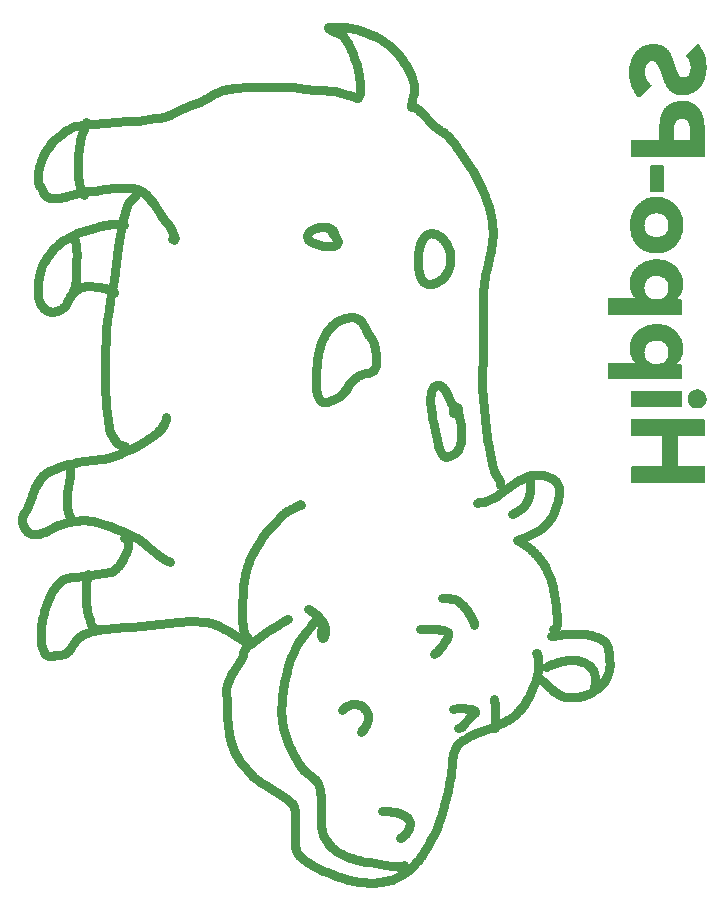
<source format=gbr>
G04 EAGLE Gerber RS-274X export*
G75*
%MOMM*%
%FSLAX34Y34*%
%LPD*%
%INSoldermask Bottom*%
%IPPOS*%
%AMOC8*
5,1,8,0,0,1.08239X$1,22.5*%
G01*
%ADD10C,0.800000*%

G36*
X1023342Y561426D02*
X1023342Y561426D01*
X1023350Y561424D01*
X1023438Y561445D01*
X1023528Y561464D01*
X1023535Y561469D01*
X1023543Y561470D01*
X1023616Y561524D01*
X1023692Y561576D01*
X1023697Y561583D01*
X1023703Y561588D01*
X1023750Y561667D01*
X1023799Y561744D01*
X1023801Y561752D01*
X1023805Y561759D01*
X1023833Y561923D01*
X1023833Y574736D01*
X1023831Y574743D01*
X1023832Y574753D01*
X1023826Y574920D01*
X1023826Y574921D01*
X1023809Y575420D01*
X1023807Y575481D01*
X1023783Y575581D01*
X1023761Y575674D01*
X1023760Y575674D01*
X1023760Y575675D01*
X1023693Y575766D01*
X1023643Y575834D01*
X1023642Y575834D01*
X1023642Y575835D01*
X1023555Y575886D01*
X1023472Y575935D01*
X1023471Y575935D01*
X1023471Y575936D01*
X1023466Y575936D01*
X1023308Y575963D01*
X1000984Y575963D01*
X1000919Y576075D01*
X1000919Y601212D01*
X1001062Y601262D01*
X1022832Y601262D01*
X1022865Y601269D01*
X1022898Y601267D01*
X1022983Y601293D01*
X1023027Y601302D01*
X1023039Y601310D01*
X1023057Y601316D01*
X1023558Y601568D01*
X1023630Y601625D01*
X1023703Y601679D01*
X1023708Y601686D01*
X1023714Y601691D01*
X1023758Y601771D01*
X1023805Y601850D01*
X1023806Y601859D01*
X1023810Y601865D01*
X1023814Y601902D01*
X1023833Y602014D01*
X1023833Y614826D01*
X1023823Y614874D01*
X1023823Y614923D01*
X1023801Y614981D01*
X1023793Y615021D01*
X1023779Y615042D01*
X1023776Y615054D01*
X1023771Y615061D01*
X1023764Y615078D01*
X1023486Y615554D01*
X1023435Y615611D01*
X1023390Y615672D01*
X1023370Y615684D01*
X1023354Y615702D01*
X1023285Y615735D01*
X1023219Y615773D01*
X1023193Y615778D01*
X1023174Y615787D01*
X1023129Y615789D01*
X1023055Y615801D01*
X962008Y615801D01*
X961950Y615789D01*
X961890Y615787D01*
X961853Y615770D01*
X961813Y615762D01*
X961764Y615728D01*
X961710Y615702D01*
X961683Y615672D01*
X961649Y615649D01*
X961617Y615599D01*
X961578Y615554D01*
X961561Y615510D01*
X961542Y615481D01*
X961536Y615446D01*
X961518Y615399D01*
X961394Y614769D01*
X961394Y614730D01*
X961385Y614673D01*
X961385Y601860D01*
X961386Y601854D01*
X961385Y601847D01*
X961399Y601788D01*
X961405Y601720D01*
X961418Y601694D01*
X961424Y601666D01*
X961430Y601657D01*
X961431Y601653D01*
X961455Y601621D01*
X961464Y601607D01*
X961497Y601545D01*
X961520Y601526D01*
X961537Y601502D01*
X961548Y601494D01*
X961549Y601493D01*
X961562Y601485D01*
X961596Y601464D01*
X961651Y601419D01*
X961683Y601408D01*
X961704Y601395D01*
X961720Y601392D01*
X961747Y601387D01*
X961809Y601367D01*
X962464Y601268D01*
X962496Y601269D01*
X962539Y601262D01*
X987877Y601262D01*
X987942Y601151D01*
X987942Y576014D01*
X987799Y575963D01*
X962261Y575963D01*
X962249Y575961D01*
X962236Y575962D01*
X962152Y575941D01*
X962066Y575923D01*
X962056Y575916D01*
X962044Y575913D01*
X961908Y575817D01*
X961531Y575440D01*
X961524Y575430D01*
X961514Y575422D01*
X961469Y575347D01*
X961421Y575274D01*
X961419Y575262D01*
X961412Y575251D01*
X961385Y575087D01*
X961385Y562275D01*
X961391Y562246D01*
X961388Y562216D01*
X961410Y562149D01*
X961424Y562080D01*
X961441Y562055D01*
X961450Y562027D01*
X961512Y561951D01*
X961537Y561916D01*
X961547Y561909D01*
X961556Y561898D01*
X961958Y561547D01*
X962041Y561500D01*
X962122Y561452D01*
X962127Y561451D01*
X962131Y561449D01*
X962159Y561446D01*
X962286Y561424D01*
X1023333Y561424D01*
X1023342Y561426D01*
G37*
G36*
X1004073Y704107D02*
X1004073Y704107D01*
X1004081Y704106D01*
X1004170Y704127D01*
X1004260Y704145D01*
X1004266Y704150D01*
X1004275Y704152D01*
X1004348Y704206D01*
X1004423Y704258D01*
X1004428Y704265D01*
X1004435Y704270D01*
X1004481Y704348D01*
X1004530Y704425D01*
X1004532Y704434D01*
X1004536Y704441D01*
X1004564Y704605D01*
X1004564Y716178D01*
X1004545Y716269D01*
X1004529Y716360D01*
X1004526Y716367D01*
X1004524Y716373D01*
X1004505Y716401D01*
X1004444Y716503D01*
X1004096Y716908D01*
X1004071Y716928D01*
X1004052Y716953D01*
X1003994Y716988D01*
X1003939Y717030D01*
X1003909Y717039D01*
X1003881Y717055D01*
X1003790Y717070D01*
X1003747Y717082D01*
X1003734Y717080D01*
X1003717Y717083D01*
X999738Y717083D01*
X999920Y717232D01*
X999929Y717243D01*
X999943Y717253D01*
X1000494Y717766D01*
X1000500Y717774D01*
X1000509Y717781D01*
X1001038Y718317D01*
X1001043Y718326D01*
X1001054Y718334D01*
X1001556Y718894D01*
X1001562Y718904D01*
X1001573Y718914D01*
X1002046Y719499D01*
X1002051Y719509D01*
X1002060Y719518D01*
X1002504Y720126D01*
X1002509Y720135D01*
X1002517Y720144D01*
X1002933Y720771D01*
X1002938Y720781D01*
X1002946Y720792D01*
X1003332Y721438D01*
X1003335Y721449D01*
X1003344Y721459D01*
X1003697Y722124D01*
X1003700Y722133D01*
X1003706Y722142D01*
X1004033Y722820D01*
X1004035Y722828D01*
X1004040Y722837D01*
X1004341Y723527D01*
X1004343Y723534D01*
X1004348Y723542D01*
X1004625Y724242D01*
X1004628Y724257D01*
X1004637Y724274D01*
X1005094Y725708D01*
X1005096Y725726D01*
X1005105Y725746D01*
X1005276Y726479D01*
X1005276Y726490D01*
X1005281Y726503D01*
X1005417Y727243D01*
X1005417Y727256D01*
X1005421Y727270D01*
X1005517Y728017D01*
X1005516Y728027D01*
X1005519Y728040D01*
X1005579Y728790D01*
X1005578Y728801D01*
X1005581Y728815D01*
X1005604Y729567D01*
X1005602Y729577D01*
X1005604Y729584D01*
X1005603Y729587D01*
X1005604Y729595D01*
X1005565Y731100D01*
X1005563Y731109D01*
X1005564Y731119D01*
X1005516Y731870D01*
X1005514Y731880D01*
X1005515Y731893D01*
X1005433Y732641D01*
X1005431Y732649D01*
X1005431Y732659D01*
X1005212Y734149D01*
X1005206Y734165D01*
X1005205Y734186D01*
X1004875Y735654D01*
X1004871Y735663D01*
X1004870Y735675D01*
X1004673Y736402D01*
X1004668Y736412D01*
X1004665Y736427D01*
X1004430Y737142D01*
X1004426Y737149D01*
X1004424Y737159D01*
X1004164Y737865D01*
X1004160Y737871D01*
X1004158Y737880D01*
X1003875Y738577D01*
X1003870Y738584D01*
X1003868Y738594D01*
X1003559Y739281D01*
X1003553Y739290D01*
X1003549Y739302D01*
X1003208Y739973D01*
X1003203Y739979D01*
X1003200Y739988D01*
X1002837Y740647D01*
X1002832Y740653D01*
X1002829Y740662D01*
X1002443Y741309D01*
X1002437Y741315D01*
X1002433Y741325D01*
X1002022Y741956D01*
X1002015Y741964D01*
X1002008Y741977D01*
X1001567Y742587D01*
X1001562Y742592D01*
X1001557Y742600D01*
X1001096Y743195D01*
X1001089Y743200D01*
X1001084Y743209D01*
X1000601Y743786D01*
X1000594Y743792D01*
X1000588Y743801D01*
X1000082Y744359D01*
X1000073Y744366D01*
X1000064Y744378D01*
X999531Y744908D01*
X999525Y744912D01*
X999523Y744915D01*
X999522Y744916D01*
X999519Y744919D01*
X998968Y745432D01*
X998961Y745436D01*
X998955Y745444D01*
X998386Y745937D01*
X998378Y745941D01*
X998371Y745949D01*
X997784Y746420D01*
X997773Y746425D01*
X997763Y746436D01*
X997152Y746875D01*
X997145Y746878D01*
X997138Y746885D01*
X996512Y747303D01*
X996506Y747306D01*
X996499Y747312D01*
X995860Y747710D01*
X995853Y747712D01*
X995847Y747718D01*
X995195Y748096D01*
X995184Y748099D01*
X995173Y748108D01*
X994503Y748452D01*
X994496Y748454D01*
X994489Y748459D01*
X993808Y748781D01*
X993802Y748782D01*
X993795Y748787D01*
X993105Y749088D01*
X993097Y749090D01*
X993090Y749094D01*
X992390Y749373D01*
X992381Y749375D01*
X992370Y749381D01*
X991999Y749510D01*
X991659Y749628D01*
X991651Y749629D01*
X991641Y749634D01*
X990201Y750074D01*
X990186Y750076D01*
X990167Y750083D01*
X988700Y750420D01*
X988692Y750420D01*
X988682Y750424D01*
X987942Y750565D01*
X987932Y750565D01*
X987919Y750569D01*
X987174Y750675D01*
X987167Y750675D01*
X987158Y750677D01*
X985662Y750841D01*
X985650Y750840D01*
X985636Y750843D01*
X984885Y750887D01*
X984878Y750886D01*
X984870Y750888D01*
X983365Y750931D01*
X983352Y750929D01*
X983337Y750931D01*
X981832Y750888D01*
X981826Y750886D01*
X981818Y750887D01*
X981066Y750844D01*
X981054Y750841D01*
X981039Y750842D01*
X979543Y750675D01*
X979537Y750673D01*
X979528Y750673D01*
X978783Y750567D01*
X978775Y750564D01*
X978765Y750564D01*
X978024Y750431D01*
X978017Y750428D01*
X978008Y750428D01*
X977272Y750270D01*
X977264Y750267D01*
X977255Y750266D01*
X975795Y749900D01*
X975781Y749894D01*
X975763Y749891D01*
X974330Y749430D01*
X974324Y749426D01*
X974314Y749424D01*
X973606Y749169D01*
X973599Y749165D01*
X973590Y749163D01*
X972891Y748883D01*
X972884Y748878D01*
X972874Y748876D01*
X972186Y748571D01*
X972178Y748566D01*
X972168Y748563D01*
X970817Y747899D01*
X970805Y747889D01*
X970787Y747883D01*
X969484Y747129D01*
X969476Y747122D01*
X969465Y747117D01*
X968831Y746710D01*
X968826Y746705D01*
X968817Y746701D01*
X968198Y746273D01*
X968191Y746266D01*
X968180Y746260D01*
X967580Y745806D01*
X967575Y745800D01*
X967567Y745795D01*
X966983Y745321D01*
X966978Y745315D01*
X966970Y745310D01*
X966402Y744816D01*
X966397Y744810D01*
X966389Y744804D01*
X965838Y744291D01*
X965832Y744282D01*
X965822Y744275D01*
X965296Y743737D01*
X965291Y743729D01*
X965281Y743721D01*
X964779Y743161D01*
X964774Y743153D01*
X964766Y743146D01*
X964286Y742567D01*
X964282Y742559D01*
X964274Y742552D01*
X963816Y741955D01*
X963812Y741946D01*
X963803Y741937D01*
X963371Y741321D01*
X963367Y741312D01*
X963359Y741303D01*
X962954Y740668D01*
X962951Y740661D01*
X962945Y740653D01*
X962563Y740005D01*
X962560Y739997D01*
X962554Y739989D01*
X962195Y739327D01*
X962192Y739317D01*
X962185Y739306D01*
X961858Y738628D01*
X961855Y738616D01*
X961847Y738603D01*
X961558Y737908D01*
X961556Y737899D01*
X961550Y737888D01*
X961292Y737181D01*
X961290Y737172D01*
X961285Y737161D01*
X961057Y736444D01*
X961055Y736432D01*
X961049Y736419D01*
X960859Y735691D01*
X960858Y735680D01*
X960853Y735668D01*
X960697Y734932D01*
X960697Y734923D01*
X960694Y734913D01*
X960565Y734172D01*
X960566Y734163D01*
X960563Y734153D01*
X960463Y733407D01*
X960463Y733395D01*
X960460Y733380D01*
X960400Y732630D01*
X960401Y732623D01*
X960399Y732615D01*
X960362Y731863D01*
X960363Y731857D01*
X960362Y731850D01*
X960345Y731097D01*
X960346Y731088D01*
X960345Y731077D01*
X960358Y730324D01*
X960361Y730314D01*
X960359Y730301D01*
X960456Y728799D01*
X960458Y728790D01*
X960458Y728778D01*
X960537Y728030D01*
X960540Y728022D01*
X960540Y728011D01*
X960648Y727266D01*
X960651Y727258D01*
X960651Y727248D01*
X960785Y726508D01*
X960788Y726501D01*
X960788Y726493D01*
X960946Y725757D01*
X960949Y725750D01*
X960949Y725741D01*
X961131Y725010D01*
X961134Y725003D01*
X961135Y724993D01*
X961343Y724270D01*
X961347Y724262D01*
X961349Y724251D01*
X961585Y723536D01*
X961591Y723526D01*
X961593Y723512D01*
X961865Y722810D01*
X961872Y722800D01*
X961875Y722787D01*
X962183Y722100D01*
X962190Y722089D01*
X962196Y722073D01*
X962543Y721406D01*
X962552Y721395D01*
X962559Y721379D01*
X962947Y720735D01*
X962956Y720725D01*
X962963Y720710D01*
X963388Y720089D01*
X963401Y720077D01*
X963412Y720058D01*
X963884Y719472D01*
X963895Y719463D01*
X963904Y719449D01*
X964412Y718893D01*
X964422Y718886D01*
X964432Y718873D01*
X964970Y718348D01*
X964981Y718341D01*
X964990Y718329D01*
X965228Y718121D01*
X942390Y718121D01*
X942325Y718108D01*
X942259Y718104D01*
X942229Y718089D01*
X942195Y718082D01*
X942141Y718044D01*
X942081Y718015D01*
X942055Y717986D01*
X942031Y717969D01*
X942010Y717936D01*
X941970Y717892D01*
X941676Y717433D01*
X941654Y717378D01*
X941624Y717328D01*
X941616Y717280D01*
X941604Y717248D01*
X941605Y717212D01*
X941597Y717164D01*
X941597Y705119D01*
X941602Y705094D01*
X941599Y705068D01*
X941629Y704961D01*
X941636Y704924D01*
X941641Y704917D01*
X941643Y704908D01*
X941882Y704394D01*
X941946Y704308D01*
X942000Y704235D01*
X942001Y704234D01*
X942092Y704180D01*
X942171Y704134D01*
X942171Y704133D01*
X942172Y704133D01*
X942176Y704133D01*
X942335Y704106D01*
X1004065Y704106D01*
X1004073Y704107D01*
G37*
G36*
X1004073Y649429D02*
X1004073Y649429D01*
X1004081Y649427D01*
X1004170Y649448D01*
X1004260Y649467D01*
X1004266Y649472D01*
X1004275Y649473D01*
X1004348Y649527D01*
X1004423Y649579D01*
X1004428Y649586D01*
X1004435Y649591D01*
X1004481Y649670D01*
X1004530Y649747D01*
X1004532Y649755D01*
X1004536Y649762D01*
X1004564Y649926D01*
X1004564Y661499D01*
X1004545Y661590D01*
X1004529Y661682D01*
X1004526Y661688D01*
X1004524Y661694D01*
X1004505Y661722D01*
X1004444Y661824D01*
X1004096Y662230D01*
X1004071Y662249D01*
X1004052Y662275D01*
X1003993Y662310D01*
X1003939Y662352D01*
X1003908Y662360D01*
X1003881Y662376D01*
X1003789Y662392D01*
X1003747Y662403D01*
X1003733Y662401D01*
X1003717Y662404D01*
X999738Y662404D01*
X999920Y662554D01*
X999929Y662564D01*
X999943Y662574D01*
X1000494Y663087D01*
X1000500Y663095D01*
X1000509Y663102D01*
X1001038Y663638D01*
X1001043Y663647D01*
X1001054Y663655D01*
X1001556Y664215D01*
X1001562Y664225D01*
X1001573Y664235D01*
X1002046Y664820D01*
X1002051Y664830D01*
X1002060Y664839D01*
X1002504Y665447D01*
X1002509Y665456D01*
X1002517Y665465D01*
X1002933Y666093D01*
X1002938Y666103D01*
X1002946Y666113D01*
X1003332Y666760D01*
X1003335Y666770D01*
X1003344Y666781D01*
X1003697Y667445D01*
X1003700Y667454D01*
X1003706Y667463D01*
X1004033Y668141D01*
X1004035Y668150D01*
X1004040Y668158D01*
X1004341Y668848D01*
X1004343Y668855D01*
X1004348Y668864D01*
X1004625Y669564D01*
X1004628Y669579D01*
X1004637Y669596D01*
X1005094Y671030D01*
X1005096Y671047D01*
X1005105Y671068D01*
X1005276Y671801D01*
X1005276Y671811D01*
X1005281Y671824D01*
X1005417Y672564D01*
X1005417Y672577D01*
X1005421Y672592D01*
X1005517Y673338D01*
X1005516Y673349D01*
X1005519Y673361D01*
X1005579Y674111D01*
X1005578Y674122D01*
X1005581Y674136D01*
X1005604Y674888D01*
X1005602Y674898D01*
X1005604Y674905D01*
X1005603Y674908D01*
X1005604Y674917D01*
X1005565Y676422D01*
X1005563Y676430D01*
X1005564Y676440D01*
X1005516Y677191D01*
X1005514Y677201D01*
X1005515Y677214D01*
X1005433Y677962D01*
X1005431Y677970D01*
X1005431Y677981D01*
X1005212Y679470D01*
X1005206Y679486D01*
X1005205Y679507D01*
X1004875Y680975D01*
X1004871Y680984D01*
X1004870Y680996D01*
X1004673Y681723D01*
X1004667Y681734D01*
X1004665Y681749D01*
X1004429Y682464D01*
X1004425Y682471D01*
X1004423Y682480D01*
X1004163Y683186D01*
X1004159Y683192D01*
X1004157Y683201D01*
X1003875Y683898D01*
X1003870Y683906D01*
X1003867Y683916D01*
X1003558Y684602D01*
X1003552Y684611D01*
X1003548Y684623D01*
X1003208Y685295D01*
X1003203Y685301D01*
X1003200Y685310D01*
X1002837Y685969D01*
X1002832Y685975D01*
X1002829Y685984D01*
X1002443Y686630D01*
X1002437Y686637D01*
X1002433Y686647D01*
X1002022Y687278D01*
X1002015Y687286D01*
X1002008Y687298D01*
X1001567Y687908D01*
X1001562Y687913D01*
X1001557Y687922D01*
X1001095Y688516D01*
X1001089Y688521D01*
X1001084Y688530D01*
X1000602Y689107D01*
X1000594Y689113D01*
X1000588Y689123D01*
X1000082Y689680D01*
X1000073Y689687D01*
X1000065Y689699D01*
X999531Y690230D01*
X999526Y690233D01*
X999523Y690236D01*
X999522Y690237D01*
X999519Y690241D01*
X998968Y690754D01*
X998961Y690758D01*
X998955Y690765D01*
X998386Y691258D01*
X998378Y691262D01*
X998371Y691270D01*
X997784Y691741D01*
X997773Y691747D01*
X997763Y691757D01*
X997152Y692197D01*
X997145Y692200D01*
X997138Y692206D01*
X996512Y692624D01*
X996506Y692627D01*
X996499Y692633D01*
X995860Y693031D01*
X995853Y693034D01*
X995846Y693040D01*
X995195Y693417D01*
X995184Y693421D01*
X995173Y693429D01*
X994503Y693773D01*
X994496Y693775D01*
X994489Y693780D01*
X993808Y694102D01*
X993802Y694104D01*
X993795Y694108D01*
X993105Y694409D01*
X993097Y694411D01*
X993090Y694416D01*
X992390Y694694D01*
X992381Y694696D01*
X992370Y694702D01*
X991999Y694831D01*
X991659Y694950D01*
X991651Y694951D01*
X991641Y694956D01*
X990201Y695395D01*
X990185Y695397D01*
X990167Y695404D01*
X988700Y695741D01*
X988691Y695742D01*
X988682Y695745D01*
X987942Y695886D01*
X987932Y695886D01*
X987919Y695890D01*
X987174Y695997D01*
X987167Y695996D01*
X987158Y695999D01*
X985662Y696163D01*
X985650Y696162D01*
X985636Y696165D01*
X984885Y696209D01*
X984878Y696208D01*
X984870Y696209D01*
X983365Y696252D01*
X983352Y696250D01*
X983337Y696252D01*
X981832Y696209D01*
X981825Y696208D01*
X981817Y696209D01*
X981066Y696166D01*
X981055Y696162D01*
X981040Y696163D01*
X979543Y695998D01*
X979536Y695996D01*
X979527Y695996D01*
X978782Y695888D01*
X978775Y695886D01*
X978765Y695886D01*
X978024Y695753D01*
X978017Y695750D01*
X978008Y695749D01*
X977272Y695591D01*
X977264Y695588D01*
X977255Y695588D01*
X975795Y695222D01*
X975781Y695215D01*
X975763Y695212D01*
X974330Y694751D01*
X974324Y694747D01*
X974314Y694746D01*
X973606Y694490D01*
X973599Y694486D01*
X973590Y694484D01*
X972891Y694204D01*
X972884Y694199D01*
X972874Y694197D01*
X972186Y693892D01*
X972179Y693887D01*
X972168Y693884D01*
X970817Y693220D01*
X970805Y693211D01*
X970787Y693204D01*
X969484Y692450D01*
X969476Y692443D01*
X969465Y692438D01*
X968831Y692032D01*
X968826Y692026D01*
X968817Y692022D01*
X968198Y691594D01*
X968191Y691587D01*
X968180Y691582D01*
X967580Y691127D01*
X967575Y691121D01*
X967567Y691117D01*
X966983Y690642D01*
X966978Y690636D01*
X966970Y690631D01*
X966402Y690137D01*
X966397Y690131D01*
X966389Y690126D01*
X965838Y689612D01*
X965832Y689604D01*
X965822Y689596D01*
X965296Y689058D01*
X965291Y689050D01*
X965281Y689042D01*
X964779Y688482D01*
X964774Y688474D01*
X964766Y688467D01*
X964286Y687888D01*
X964282Y687880D01*
X964274Y687873D01*
X963816Y687276D01*
X963812Y687267D01*
X963803Y687259D01*
X963371Y686642D01*
X963367Y686633D01*
X963359Y686624D01*
X962954Y685990D01*
X962951Y685982D01*
X962945Y685975D01*
X962563Y685326D01*
X962560Y685319D01*
X962554Y685311D01*
X962195Y684649D01*
X962192Y684638D01*
X962185Y684628D01*
X961858Y683949D01*
X961855Y683937D01*
X961847Y683924D01*
X961558Y683229D01*
X961556Y683220D01*
X961550Y683209D01*
X961292Y682503D01*
X961290Y682493D01*
X961285Y682483D01*
X961057Y681765D01*
X961055Y681754D01*
X961049Y681740D01*
X960859Y681012D01*
X960858Y681002D01*
X960853Y680989D01*
X960697Y680253D01*
X960697Y680244D01*
X960694Y680235D01*
X960565Y679493D01*
X960566Y679485D01*
X960563Y679474D01*
X960463Y678728D01*
X960463Y678716D01*
X960460Y678702D01*
X960400Y677951D01*
X960401Y677944D01*
X960399Y677936D01*
X960362Y677184D01*
X960363Y677178D01*
X960362Y677171D01*
X960345Y676419D01*
X960346Y676409D01*
X960345Y676398D01*
X960358Y675646D01*
X960361Y675635D01*
X960359Y675623D01*
X960456Y674121D01*
X960458Y674111D01*
X960458Y674100D01*
X960537Y673351D01*
X960540Y673343D01*
X960540Y673332D01*
X960648Y672587D01*
X960651Y672580D01*
X960651Y672570D01*
X960785Y671829D01*
X960788Y671823D01*
X960788Y671814D01*
X960946Y671078D01*
X960949Y671071D01*
X960949Y671062D01*
X961131Y670332D01*
X961134Y670324D01*
X961135Y670314D01*
X961343Y669591D01*
X961347Y669583D01*
X961349Y669572D01*
X961585Y668857D01*
X961591Y668847D01*
X961593Y668833D01*
X961865Y668132D01*
X961872Y668122D01*
X961875Y668108D01*
X962183Y667421D01*
X962190Y667410D01*
X962196Y667395D01*
X962543Y666727D01*
X962552Y666717D01*
X962558Y666700D01*
X962947Y666056D01*
X962956Y666046D01*
X962963Y666032D01*
X963388Y665411D01*
X963401Y665398D01*
X963412Y665379D01*
X963884Y664794D01*
X963895Y664785D01*
X963904Y664770D01*
X964412Y664215D01*
X964422Y664207D01*
X964432Y664194D01*
X964970Y663669D01*
X964981Y663662D01*
X964990Y663650D01*
X965228Y663443D01*
X942390Y663443D01*
X942325Y663430D01*
X942259Y663425D01*
X942229Y663410D01*
X942195Y663403D01*
X942141Y663366D01*
X942081Y663336D01*
X942055Y663307D01*
X942031Y663291D01*
X942010Y663257D01*
X941970Y663213D01*
X941676Y662754D01*
X941654Y662700D01*
X941624Y662649D01*
X941616Y662601D01*
X941604Y662569D01*
X941605Y662534D01*
X941597Y662485D01*
X941597Y650440D01*
X941602Y650415D01*
X941599Y650390D01*
X941629Y650283D01*
X941636Y650245D01*
X941641Y650239D01*
X941643Y650229D01*
X941882Y649716D01*
X941946Y649630D01*
X942000Y649556D01*
X942001Y649556D01*
X942092Y649502D01*
X942171Y649455D01*
X942172Y649455D01*
X942176Y649454D01*
X942335Y649427D01*
X1004065Y649427D01*
X1004073Y649429D01*
G37*
G36*
X1023342Y837853D02*
X1023342Y837853D01*
X1023351Y837851D01*
X1023439Y837873D01*
X1023528Y837891D01*
X1023536Y837896D01*
X1023544Y837898D01*
X1023617Y837952D01*
X1023692Y838003D01*
X1023697Y838011D01*
X1023704Y838016D01*
X1023750Y838094D01*
X1023799Y838171D01*
X1023801Y838180D01*
X1023805Y838187D01*
X1023833Y838352D01*
X1023831Y838750D01*
X1023774Y863569D01*
X1023770Y863584D01*
X1023772Y863603D01*
X1023613Y865854D01*
X1023610Y865865D01*
X1023611Y865879D01*
X1023337Y868119D01*
X1023333Y868130D01*
X1023333Y868145D01*
X1022942Y870366D01*
X1022938Y870377D01*
X1022937Y870391D01*
X1022769Y871125D01*
X1022765Y871133D01*
X1022764Y871144D01*
X1022369Y872595D01*
X1022364Y872604D01*
X1022362Y872617D01*
X1022131Y873333D01*
X1022126Y873341D01*
X1022124Y873353D01*
X1021863Y874058D01*
X1021859Y874064D01*
X1021858Y874073D01*
X1021575Y874769D01*
X1021570Y874776D01*
X1021568Y874785D01*
X1021261Y875471D01*
X1021255Y875480D01*
X1021252Y875491D01*
X1020916Y876164D01*
X1020909Y876172D01*
X1020905Y876184D01*
X1020537Y876841D01*
X1020532Y876846D01*
X1020529Y876855D01*
X1020139Y877499D01*
X1020133Y877506D01*
X1020128Y877516D01*
X1019712Y878142D01*
X1019704Y878150D01*
X1019699Y878161D01*
X1019254Y878767D01*
X1019245Y878776D01*
X1019237Y878789D01*
X1018760Y879370D01*
X1018750Y879378D01*
X1018742Y879392D01*
X1018233Y879945D01*
X1018224Y879951D01*
X1018217Y879962D01*
X1017682Y880491D01*
X1017672Y880497D01*
X1017664Y880508D01*
X1017104Y881009D01*
X1017094Y881015D01*
X1017085Y881025D01*
X1016500Y881498D01*
X1016490Y881504D01*
X1016479Y881514D01*
X1015871Y881956D01*
X1015861Y881961D01*
X1015851Y881970D01*
X1015222Y882381D01*
X1015213Y882385D01*
X1015204Y882392D01*
X1014559Y882777D01*
X1014550Y882781D01*
X1014541Y882788D01*
X1013880Y883146D01*
X1013868Y883150D01*
X1013854Y883159D01*
X1013174Y883479D01*
X1013161Y883482D01*
X1013148Y883490D01*
X1012450Y883771D01*
X1012441Y883773D01*
X1012431Y883778D01*
X1011723Y884029D01*
X1011713Y884031D01*
X1011702Y884036D01*
X1010982Y884256D01*
X1010966Y884258D01*
X1010947Y884266D01*
X1009480Y884598D01*
X1009470Y884598D01*
X1009457Y884602D01*
X1008717Y884734D01*
X1008706Y884734D01*
X1008692Y884738D01*
X1007946Y884833D01*
X1007942Y884833D01*
X1007937Y884834D01*
X1007189Y884914D01*
X1007180Y884913D01*
X1007170Y884916D01*
X1006419Y884966D01*
X1006412Y884965D01*
X1006402Y884967D01*
X1004899Y885018D01*
X1004889Y885016D01*
X1004875Y885018D01*
X1003372Y884997D01*
X1003360Y884995D01*
X1003344Y884996D01*
X1001844Y884892D01*
X1001834Y884890D01*
X1001821Y884890D01*
X1001074Y884804D01*
X1001067Y884802D01*
X1001059Y884802D01*
X1000315Y884693D01*
X1000310Y884691D01*
X1000304Y884691D01*
X999562Y884566D01*
X999552Y884562D01*
X999537Y884561D01*
X998803Y884398D01*
X998796Y884394D01*
X998786Y884394D01*
X998059Y884205D01*
X998052Y884202D01*
X998043Y884201D01*
X997322Y883988D01*
X997310Y883982D01*
X997295Y883979D01*
X996587Y883726D01*
X996577Y883720D01*
X996563Y883717D01*
X995869Y883429D01*
X995861Y883424D01*
X995850Y883421D01*
X995168Y883104D01*
X995161Y883099D01*
X995150Y883095D01*
X994481Y882751D01*
X994471Y882743D01*
X994457Y882737D01*
X993809Y882356D01*
X993800Y882349D01*
X993788Y882343D01*
X993159Y881931D01*
X993152Y881924D01*
X993141Y881918D01*
X992531Y881479D01*
X992524Y881472D01*
X992513Y881466D01*
X991924Y880999D01*
X991916Y880991D01*
X991904Y880983D01*
X991339Y880487D01*
X991330Y880476D01*
X991316Y880466D01*
X990782Y879936D01*
X990776Y879926D01*
X990764Y879917D01*
X990260Y879360D01*
X990254Y879350D01*
X990242Y879340D01*
X989768Y878757D01*
X989763Y878747D01*
X989753Y878737D01*
X989308Y878131D01*
X989304Y878122D01*
X989295Y878113D01*
X988877Y877488D01*
X988873Y877478D01*
X988864Y877468D01*
X988477Y876823D01*
X988473Y876812D01*
X988465Y876801D01*
X988110Y876138D01*
X988108Y876131D01*
X988102Y876123D01*
X987771Y875448D01*
X987769Y875440D01*
X987764Y875433D01*
X987456Y874747D01*
X987453Y874736D01*
X987446Y874724D01*
X987172Y874024D01*
X987170Y874016D01*
X987165Y874007D01*
X986917Y873297D01*
X986916Y873289D01*
X986912Y873281D01*
X986687Y872564D01*
X986686Y872557D01*
X986683Y872549D01*
X986480Y871825D01*
X986480Y871817D01*
X986476Y871808D01*
X986299Y871077D01*
X986298Y871066D01*
X986293Y871052D01*
X985873Y868836D01*
X985873Y868823D01*
X985868Y868808D01*
X985576Y866571D01*
X985577Y866558D01*
X985573Y866543D01*
X985405Y864293D01*
X985407Y864278D01*
X985404Y864259D01*
X985340Y852466D01*
X985244Y852390D01*
X962102Y852390D01*
X962091Y852388D01*
X962080Y852389D01*
X961994Y852368D01*
X961907Y852350D01*
X961898Y852344D01*
X961887Y852341D01*
X961817Y852288D01*
X961744Y852238D01*
X961737Y852228D01*
X961728Y852221D01*
X961640Y852080D01*
X961422Y851546D01*
X961419Y851533D01*
X961412Y851521D01*
X961385Y851357D01*
X961385Y838572D01*
X961387Y838562D01*
X961385Y838552D01*
X961406Y838465D01*
X961424Y838377D01*
X961430Y838368D01*
X961432Y838359D01*
X961486Y838287D01*
X961537Y838213D01*
X961545Y838207D01*
X961551Y838199D01*
X961692Y838111D01*
X962223Y837889D01*
X962238Y837887D01*
X962251Y837879D01*
X962415Y837851D01*
X1023333Y837851D01*
X1023342Y837853D01*
G37*
G36*
X968074Y887989D02*
X968074Y887989D01*
X968166Y888000D01*
X968173Y888004D01*
X968180Y888005D01*
X968211Y888024D01*
X968313Y888078D01*
X968865Y888504D01*
X968877Y888518D01*
X968896Y888530D01*
X978919Y897648D01*
X978932Y897667D01*
X978951Y897681D01*
X978991Y897746D01*
X979036Y897808D01*
X979041Y897831D01*
X979053Y897851D01*
X979064Y897927D01*
X979082Y898002D01*
X979078Y898025D01*
X979081Y898048D01*
X979061Y898123D01*
X979048Y898198D01*
X979035Y898218D01*
X979029Y898240D01*
X978959Y898336D01*
X978941Y898365D01*
X978935Y898369D01*
X978931Y898375D01*
X978447Y898846D01*
X978438Y898852D01*
X978428Y898864D01*
X977873Y899352D01*
X977351Y899858D01*
X976858Y900391D01*
X976394Y900950D01*
X975958Y901530D01*
X975556Y902134D01*
X975186Y902757D01*
X974854Y903404D01*
X974548Y904068D01*
X974273Y904742D01*
X974031Y905430D01*
X973823Y906127D01*
X973648Y906834D01*
X973510Y907547D01*
X973410Y908268D01*
X973345Y908991D01*
X973322Y909716D01*
X973336Y910443D01*
X973387Y911170D01*
X973473Y911891D01*
X973596Y912608D01*
X973755Y913318D01*
X973948Y914014D01*
X974188Y914691D01*
X974473Y915348D01*
X974804Y915978D01*
X975186Y916568D01*
X975625Y917109D01*
X976120Y917593D01*
X976668Y918008D01*
X977257Y918339D01*
X977890Y918566D01*
X978559Y918698D01*
X979246Y918742D01*
X979935Y918700D01*
X980610Y918572D01*
X981258Y918359D01*
X981865Y918056D01*
X982416Y917669D01*
X982904Y917192D01*
X983347Y916644D01*
X983758Y916051D01*
X984141Y915432D01*
X984501Y914792D01*
X984833Y914145D01*
X985430Y912790D01*
X985694Y912111D01*
X989039Y902130D01*
X989046Y902118D01*
X989050Y902100D01*
X989335Y901404D01*
X989339Y901398D01*
X989341Y901390D01*
X989953Y900015D01*
X989960Y900005D01*
X989965Y899990D01*
X990653Y898650D01*
X990657Y898644D01*
X990660Y898636D01*
X991026Y897978D01*
X991031Y897972D01*
X991035Y897964D01*
X991422Y897319D01*
X991428Y897313D01*
X991432Y897303D01*
X991843Y896673D01*
X991849Y896666D01*
X991855Y896656D01*
X992291Y896043D01*
X992300Y896034D01*
X992308Y896020D01*
X992778Y895433D01*
X992785Y895427D01*
X992791Y895417D01*
X993285Y894849D01*
X993293Y894842D01*
X993301Y894832D01*
X993820Y894288D01*
X993829Y894282D01*
X993836Y894272D01*
X994380Y893751D01*
X994387Y893747D01*
X994394Y893738D01*
X994956Y893239D01*
X994966Y893234D01*
X994974Y893224D01*
X995560Y892751D01*
X995571Y892746D01*
X995581Y892735D01*
X996190Y892293D01*
X996201Y892289D01*
X996211Y892279D01*
X996842Y891869D01*
X996855Y891864D01*
X996869Y891853D01*
X997524Y891484D01*
X997538Y891479D01*
X997553Y891469D01*
X998231Y891143D01*
X998248Y891139D01*
X998266Y891128D01*
X998968Y890855D01*
X998981Y890853D01*
X998996Y890845D01*
X999713Y890615D01*
X999723Y890614D01*
X999735Y890608D01*
X1000462Y890413D01*
X1000473Y890412D01*
X1000485Y890407D01*
X1001220Y890246D01*
X1001234Y890245D01*
X1001252Y890240D01*
X1001996Y890127D01*
X1002003Y890127D01*
X1002012Y890125D01*
X1002759Y890036D01*
X1002767Y890036D01*
X1002777Y890034D01*
X1003527Y889972D01*
X1003540Y889973D01*
X1003555Y889970D01*
X1005059Y889931D01*
X1005074Y889933D01*
X1005092Y889931D01*
X1006596Y889990D01*
X1006605Y889992D01*
X1006615Y889991D01*
X1007365Y890049D01*
X1007378Y890052D01*
X1007394Y890052D01*
X1008140Y890153D01*
X1008146Y890155D01*
X1008153Y890155D01*
X1008896Y890276D01*
X1008903Y890278D01*
X1008911Y890278D01*
X1009650Y890422D01*
X1009662Y890427D01*
X1009677Y890428D01*
X1010407Y890613D01*
X1010414Y890616D01*
X1010424Y890617D01*
X1011146Y890828D01*
X1011154Y890832D01*
X1011164Y890834D01*
X1011878Y891072D01*
X1011891Y891079D01*
X1011908Y891083D01*
X1012605Y891365D01*
X1012613Y891370D01*
X1012624Y891373D01*
X1013310Y891684D01*
X1013316Y891689D01*
X1013326Y891691D01*
X1014000Y892027D01*
X1014008Y892033D01*
X1014020Y892037D01*
X1014678Y892403D01*
X1014686Y892410D01*
X1014698Y892414D01*
X1015338Y892809D01*
X1015343Y892814D01*
X1015352Y892818D01*
X1015979Y893234D01*
X1015985Y893240D01*
X1015993Y893244D01*
X1016606Y893681D01*
X1016613Y893689D01*
X1016625Y893696D01*
X1017216Y894162D01*
X1017222Y894169D01*
X1017231Y894175D01*
X1017803Y894664D01*
X1017808Y894670D01*
X1017816Y894676D01*
X1018370Y895186D01*
X1018375Y895193D01*
X1018383Y895199D01*
X1018917Y895729D01*
X1018923Y895738D01*
X1018934Y895746D01*
X1019442Y896302D01*
X1019447Y896310D01*
X1019456Y896318D01*
X1019940Y896894D01*
X1019943Y896901D01*
X1019950Y896907D01*
X1020414Y897499D01*
X1020417Y897505D01*
X1020423Y897510D01*
X1020871Y898115D01*
X1020876Y898126D01*
X1020886Y898137D01*
X1021301Y898766D01*
X1021305Y898775D01*
X1021313Y898784D01*
X1022085Y900075D01*
X1022089Y900086D01*
X1022098Y900098D01*
X1022451Y900763D01*
X1022454Y900774D01*
X1022462Y900786D01*
X1023099Y902150D01*
X1023101Y902158D01*
X1023106Y902167D01*
X1023398Y902861D01*
X1023401Y902872D01*
X1023408Y902884D01*
X1023664Y903592D01*
X1023666Y903599D01*
X1023670Y903608D01*
X1024135Y905039D01*
X1024136Y905050D01*
X1024141Y905061D01*
X1024341Y905786D01*
X1024342Y905794D01*
X1024345Y905802D01*
X1024700Y907264D01*
X1024701Y907274D01*
X1024705Y907285D01*
X1024851Y908023D01*
X1024851Y908031D01*
X1024854Y908040D01*
X1025096Y909526D01*
X1025095Y909534D01*
X1025098Y909544D01*
X1025192Y910291D01*
X1025192Y910299D01*
X1025194Y910310D01*
X1025325Y911809D01*
X1025324Y911817D01*
X1025326Y911826D01*
X1025367Y912577D01*
X1025365Y912586D01*
X1025367Y912597D01*
X1025389Y914102D01*
X1025388Y914109D01*
X1025389Y914118D01*
X1025376Y914871D01*
X1025375Y914877D01*
X1025376Y914885D01*
X1025307Y916388D01*
X1025304Y916399D01*
X1025305Y916412D01*
X1025165Y917911D01*
X1025163Y917917D01*
X1025164Y917926D01*
X1025070Y918673D01*
X1025068Y918680D01*
X1025068Y918689D01*
X1024834Y920176D01*
X1024831Y920184D01*
X1024831Y920195D01*
X1024685Y920933D01*
X1024684Y920936D01*
X1024684Y920939D01*
X1024531Y921675D01*
X1024527Y921684D01*
X1024526Y921696D01*
X1024156Y923155D01*
X1024154Y923161D01*
X1024153Y923169D01*
X1023948Y923893D01*
X1023944Y923900D01*
X1023942Y923911D01*
X1023711Y924627D01*
X1023709Y924630D01*
X1023708Y924634D01*
X1023465Y925347D01*
X1023460Y925356D01*
X1023457Y925368D01*
X1023181Y926069D01*
X1023178Y926073D01*
X1023177Y926079D01*
X1022886Y926773D01*
X1022882Y926779D01*
X1022880Y926787D01*
X1022567Y927472D01*
X1022559Y927482D01*
X1022555Y927496D01*
X1021855Y928829D01*
X1021845Y928841D01*
X1021838Y928859D01*
X1021048Y930140D01*
X1021042Y930147D01*
X1021038Y930157D01*
X1020618Y930782D01*
X1020610Y930790D01*
X1020604Y930802D01*
X1019703Y932008D01*
X1019693Y932016D01*
X1019685Y932030D01*
X1019200Y932606D01*
X1019190Y932614D01*
X1019183Y932625D01*
X1019051Y932726D01*
X1018546Y932993D01*
X1018524Y932999D01*
X1018506Y933012D01*
X1018430Y933027D01*
X1018355Y933048D01*
X1018333Y933046D01*
X1018311Y933050D01*
X1018235Y933034D01*
X1018158Y933025D01*
X1018138Y933014D01*
X1018116Y933010D01*
X1018013Y932943D01*
X1017985Y932927D01*
X1017982Y932923D01*
X1017976Y932919D01*
X1007979Y923774D01*
X1007976Y923769D01*
X1007974Y923768D01*
X1007968Y923759D01*
X1007957Y923744D01*
X1007928Y923720D01*
X1007899Y923664D01*
X1007862Y923613D01*
X1007854Y923577D01*
X1007836Y923544D01*
X1007831Y923481D01*
X1007817Y923420D01*
X1007823Y923383D01*
X1007820Y923346D01*
X1007840Y923286D01*
X1007851Y923224D01*
X1007871Y923192D01*
X1007883Y923157D01*
X1007935Y923094D01*
X1007959Y923057D01*
X1007974Y923046D01*
X1007989Y923028D01*
X1008542Y922550D01*
X1009036Y922041D01*
X1009486Y921491D01*
X1009892Y920904D01*
X1010254Y920286D01*
X1010571Y919644D01*
X1010846Y918975D01*
X1011089Y918287D01*
X1011303Y917587D01*
X1011487Y916878D01*
X1011644Y916165D01*
X1011764Y915449D01*
X1011843Y914727D01*
X1011887Y914003D01*
X1011887Y913280D01*
X1011847Y912556D01*
X1011766Y911836D01*
X1011646Y911119D01*
X1011491Y910410D01*
X1011296Y909715D01*
X1011059Y909033D01*
X1010780Y908371D01*
X1010459Y907736D01*
X1010086Y907142D01*
X1009654Y906598D01*
X1009161Y906112D01*
X1008621Y905695D01*
X1008033Y905372D01*
X1007398Y905150D01*
X1006728Y905026D01*
X1006038Y904987D01*
X1005347Y905028D01*
X1004674Y905155D01*
X1004031Y905373D01*
X1003434Y905679D01*
X1002905Y906083D01*
X1002438Y906577D01*
X1002022Y907145D01*
X1001634Y907757D01*
X1001273Y908391D01*
X1000941Y909037D01*
X1000347Y910389D01*
X1000091Y911079D01*
X999839Y911776D01*
X999611Y912481D01*
X997166Y920388D01*
X997160Y920400D01*
X997157Y920415D01*
X996895Y921120D01*
X996891Y921126D01*
X996889Y921134D01*
X996324Y922528D01*
X996316Y922539D01*
X996312Y922554D01*
X995668Y923915D01*
X995660Y923926D01*
X995655Y923942D01*
X994931Y925261D01*
X994926Y925266D01*
X994924Y925274D01*
X994543Y925923D01*
X994536Y925931D01*
X994531Y925943D01*
X994120Y926573D01*
X994111Y926582D01*
X994104Y926595D01*
X993660Y927203D01*
X993652Y927210D01*
X993646Y927222D01*
X993174Y927808D01*
X993165Y927815D01*
X993158Y927826D01*
X992659Y928389D01*
X992650Y928395D01*
X992643Y928405D01*
X992118Y928944D01*
X992109Y928950D01*
X992102Y928960D01*
X991554Y929475D01*
X991546Y929480D01*
X991539Y929488D01*
X990970Y929981D01*
X990959Y929988D01*
X990947Y930000D01*
X990350Y930459D01*
X990341Y930463D01*
X990333Y930472D01*
X989716Y930903D01*
X989707Y930908D01*
X989697Y930917D01*
X989061Y931319D01*
X989049Y931323D01*
X989037Y931333D01*
X988380Y931699D01*
X988365Y931704D01*
X988348Y931716D01*
X987665Y932033D01*
X987649Y932037D01*
X987630Y932047D01*
X986926Y932312D01*
X986915Y932314D01*
X986903Y932321D01*
X986187Y932551D01*
X986177Y932552D01*
X986166Y932557D01*
X985440Y932756D01*
X985425Y932757D01*
X985408Y932763D01*
X984670Y932914D01*
X984659Y932914D01*
X984646Y932918D01*
X983159Y933146D01*
X983140Y933145D01*
X983116Y933150D01*
X981614Y933250D01*
X981605Y933249D01*
X981594Y933251D01*
X980842Y933271D01*
X980835Y933269D01*
X980826Y933271D01*
X980074Y933267D01*
X980069Y933266D01*
X980064Y933267D01*
X979312Y933249D01*
X979302Y933247D01*
X979290Y933248D01*
X978539Y933197D01*
X978534Y933195D01*
X978529Y933196D01*
X977779Y933129D01*
X977771Y933127D01*
X977760Y933127D01*
X977013Y933032D01*
X977001Y933028D01*
X976986Y933027D01*
X975506Y932754D01*
X975494Y932750D01*
X975479Y932749D01*
X974747Y932571D01*
X974738Y932567D01*
X974726Y932565D01*
X974004Y932356D01*
X973997Y932352D01*
X973988Y932351D01*
X973273Y932118D01*
X973263Y932113D01*
X973251Y932110D01*
X972546Y931844D01*
X972535Y931837D01*
X972520Y931833D01*
X971832Y931527D01*
X971826Y931523D01*
X971816Y931520D01*
X971140Y931190D01*
X971134Y931185D01*
X971125Y931182D01*
X970460Y930828D01*
X970451Y930820D01*
X970437Y930815D01*
X969792Y930425D01*
X969787Y930420D01*
X969779Y930417D01*
X969148Y930008D01*
X969142Y930003D01*
X969134Y929999D01*
X968516Y929569D01*
X968509Y929561D01*
X968497Y929555D01*
X967900Y929096D01*
X967893Y929088D01*
X967881Y929080D01*
X967308Y928592D01*
X967303Y928586D01*
X967295Y928581D01*
X966740Y928072D01*
X966735Y928066D01*
X966727Y928060D01*
X966190Y927532D01*
X966184Y927523D01*
X966173Y927514D01*
X965663Y926960D01*
X965658Y926952D01*
X965648Y926944D01*
X965164Y926368D01*
X965160Y926361D01*
X965154Y926355D01*
X964689Y925763D01*
X964686Y925756D01*
X964679Y925749D01*
X964234Y925142D01*
X964229Y925131D01*
X964220Y925121D01*
X963807Y924491D01*
X963804Y924485D01*
X963799Y924478D01*
X963406Y923836D01*
X963404Y923830D01*
X963398Y923823D01*
X963025Y923170D01*
X963022Y923162D01*
X963016Y923154D01*
X962667Y922487D01*
X962664Y922478D01*
X962657Y922469D01*
X962336Y921788D01*
X962334Y921781D01*
X962330Y921774D01*
X962029Y921085D01*
X962028Y921078D01*
X962024Y921071D01*
X961743Y920373D01*
X961741Y920361D01*
X961734Y920348D01*
X961249Y918923D01*
X961248Y918914D01*
X961243Y918904D01*
X961028Y918183D01*
X961027Y918176D01*
X961024Y918169D01*
X960831Y917441D01*
X960830Y917433D01*
X960827Y917423D01*
X960494Y915956D01*
X960493Y915947D01*
X960490Y915938D01*
X960350Y915198D01*
X960350Y915188D01*
X960346Y915175D01*
X960032Y912939D01*
X960033Y912928D01*
X960029Y912914D01*
X959962Y912165D01*
X959963Y912159D01*
X959961Y912153D01*
X959864Y910650D01*
X959865Y910642D01*
X959863Y910631D01*
X959822Y909127D01*
X959824Y909116D01*
X959822Y909103D01*
X959851Y907598D01*
X959853Y907590D01*
X959852Y907579D01*
X959939Y906076D01*
X959942Y906066D01*
X959941Y906054D01*
X960095Y904557D01*
X960098Y904547D01*
X960098Y904534D01*
X960319Y903045D01*
X960322Y903036D01*
X960323Y903023D01*
X960612Y901546D01*
X960615Y901538D01*
X960615Y901529D01*
X960785Y900796D01*
X960788Y900788D01*
X960789Y900777D01*
X961184Y899325D01*
X961188Y899315D01*
X961190Y899302D01*
X961652Y897870D01*
X961658Y897859D01*
X961661Y897845D01*
X961930Y897142D01*
X961931Y897140D01*
X961932Y897137D01*
X962208Y896436D01*
X962215Y896426D01*
X962219Y896410D01*
X962850Y895044D01*
X962857Y895033D01*
X962862Y895019D01*
X963569Y893690D01*
X963575Y893683D01*
X963578Y893673D01*
X963957Y893023D01*
X963963Y893016D01*
X963967Y893005D01*
X964777Y891736D01*
X964785Y891727D01*
X964792Y891713D01*
X965671Y890491D01*
X965679Y890483D01*
X965686Y890471D01*
X966624Y889294D01*
X966632Y889287D01*
X966639Y889275D01*
X967633Y888144D01*
X967706Y888088D01*
X967777Y888031D01*
X967785Y888028D01*
X967791Y888024D01*
X967880Y888001D01*
X967968Y887976D01*
X967976Y887977D01*
X967984Y887975D01*
X968074Y887989D01*
G37*
G36*
X983375Y756017D02*
X983375Y756017D01*
X984129Y756035D01*
X984140Y756037D01*
X984153Y756036D01*
X985657Y756144D01*
X985667Y756147D01*
X985680Y756147D01*
X986429Y756237D01*
X986439Y756240D01*
X986452Y756240D01*
X987939Y756490D01*
X987951Y756495D01*
X987967Y756495D01*
X988702Y756663D01*
X988711Y756667D01*
X988724Y756668D01*
X990177Y757069D01*
X990190Y757076D01*
X990209Y757079D01*
X990921Y757328D01*
X990930Y757333D01*
X990942Y757336D01*
X992341Y757897D01*
X992353Y757905D01*
X992370Y757910D01*
X993051Y758235D01*
X993059Y758241D01*
X993070Y758245D01*
X994400Y758954D01*
X994410Y758962D01*
X994424Y758968D01*
X995069Y759359D01*
X995078Y759366D01*
X995091Y759372D01*
X996338Y760219D01*
X996346Y760227D01*
X996358Y760233D01*
X996961Y760687D01*
X996968Y760695D01*
X996979Y760701D01*
X997559Y761182D01*
X997564Y761187D01*
X997571Y761192D01*
X998137Y761690D01*
X998141Y761695D01*
X998148Y761700D01*
X998698Y762214D01*
X998705Y762224D01*
X998717Y762233D01*
X999240Y762777D01*
X999245Y762785D01*
X999255Y762792D01*
X1000252Y763923D01*
X1000259Y763934D01*
X1000271Y763945D01*
X1000735Y764539D01*
X1000741Y764550D01*
X1000751Y764560D01*
X1001617Y765794D01*
X1001621Y765804D01*
X1001630Y765814D01*
X1002033Y766452D01*
X1002036Y766461D01*
X1002044Y766471D01*
X1002418Y767126D01*
X1002421Y767134D01*
X1002427Y767143D01*
X1003121Y768482D01*
X1003125Y768495D01*
X1003134Y768509D01*
X1003440Y769198D01*
X1003442Y769205D01*
X1003447Y769213D01*
X1004013Y770611D01*
X1004015Y770627D01*
X1004025Y770644D01*
X1004490Y772078D01*
X1004491Y772086D01*
X1004495Y772095D01*
X1004703Y772819D01*
X1004704Y772831D01*
X1004710Y772845D01*
X1005049Y774313D01*
X1005049Y774322D01*
X1005053Y774332D01*
X1005195Y775072D01*
X1005195Y775083D01*
X1005199Y775097D01*
X1005410Y776590D01*
X1005409Y776597D01*
X1005412Y776607D01*
X1005491Y777357D01*
X1005490Y777367D01*
X1005493Y777379D01*
X1005583Y778884D01*
X1005581Y778896D01*
X1005584Y778910D01*
X1005595Y780293D01*
X1005591Y780312D01*
X1005594Y780331D01*
X1005572Y780409D01*
X1005572Y780412D01*
X1005593Y780558D01*
X1005578Y781187D01*
X1005576Y781195D01*
X1005578Y781206D01*
X1005532Y781958D01*
X1005530Y781965D01*
X1005531Y781975D01*
X1005391Y783476D01*
X1005387Y783488D01*
X1005387Y783505D01*
X1005160Y784995D01*
X1005157Y785003D01*
X1005157Y785014D01*
X1005014Y785755D01*
X1005010Y785765D01*
X1005009Y785779D01*
X1004651Y787243D01*
X1004647Y787252D01*
X1004646Y787263D01*
X1004437Y787987D01*
X1004432Y787997D01*
X1004430Y788009D01*
X1003948Y789437D01*
X1003942Y789447D01*
X1003939Y789460D01*
X1003664Y790162D01*
X1003661Y790166D01*
X1003660Y790167D01*
X1003658Y790170D01*
X1003655Y790182D01*
X1003041Y791560D01*
X1003035Y791568D01*
X1003032Y791580D01*
X1002695Y792254D01*
X1002687Y792264D01*
X1002681Y792279D01*
X1001932Y793587D01*
X1001926Y793595D01*
X1001921Y793606D01*
X1001517Y794243D01*
X1001510Y794251D01*
X1001505Y794262D01*
X1001073Y794880D01*
X1001066Y794887D01*
X1001060Y794897D01*
X1000144Y796094D01*
X1000133Y796104D01*
X1000124Y796120D01*
X999627Y796687D01*
X999619Y796694D01*
X999612Y796705D01*
X998567Y797792D01*
X998557Y797799D01*
X998547Y797812D01*
X997994Y798325D01*
X997987Y798329D01*
X997980Y798337D01*
X997408Y798829D01*
X997403Y798832D01*
X997397Y798838D01*
X996811Y799313D01*
X996805Y799316D01*
X996799Y799322D01*
X996198Y799778D01*
X996186Y799783D01*
X996174Y799795D01*
X995548Y800215D01*
X995540Y800218D01*
X995532Y800225D01*
X994249Y801016D01*
X994236Y801021D01*
X994224Y801031D01*
X993560Y801389D01*
X993550Y801392D01*
X993540Y801399D01*
X992182Y802054D01*
X992169Y802057D01*
X992155Y802066D01*
X991458Y802352D01*
X991446Y802354D01*
X991434Y802361D01*
X991298Y802409D01*
X990012Y802863D01*
X989999Y802865D01*
X989983Y802872D01*
X989258Y803079D01*
X989247Y803080D01*
X989234Y803085D01*
X987766Y803426D01*
X987753Y803427D01*
X987738Y803432D01*
X986995Y803561D01*
X986986Y803561D01*
X986975Y803564D01*
X985479Y803759D01*
X985466Y803758D01*
X985449Y803762D01*
X984697Y803813D01*
X984690Y803813D01*
X984682Y803814D01*
X983175Y803870D01*
X983164Y803869D01*
X983150Y803871D01*
X982396Y803861D01*
X982393Y803861D01*
X982388Y803861D01*
X981634Y803839D01*
X981623Y803837D01*
X981608Y803838D01*
X980106Y803716D01*
X980097Y803714D01*
X980087Y803714D01*
X979338Y803624D01*
X979325Y803620D01*
X979309Y803620D01*
X977825Y803351D01*
X977816Y803347D01*
X977804Y803347D01*
X977068Y803180D01*
X977056Y803174D01*
X977040Y803172D01*
X975592Y802752D01*
X975581Y802746D01*
X975567Y802743D01*
X974855Y802495D01*
X974844Y802488D01*
X974828Y802484D01*
X973436Y801905D01*
X973429Y801900D01*
X973423Y801898D01*
X973419Y801896D01*
X973413Y801894D01*
X972733Y801569D01*
X972722Y801562D01*
X972708Y801557D01*
X971386Y800832D01*
X971379Y800825D01*
X971367Y800821D01*
X970722Y800430D01*
X970715Y800424D01*
X970704Y800419D01*
X970077Y800000D01*
X970071Y799995D01*
X970062Y799990D01*
X969450Y799551D01*
X969445Y799545D01*
X969437Y799541D01*
X968840Y799080D01*
X968834Y799073D01*
X968824Y799067D01*
X968246Y798582D01*
X968241Y798576D01*
X968232Y798570D01*
X967673Y798065D01*
X967669Y798059D01*
X967662Y798054D01*
X967119Y797532D01*
X967114Y797525D01*
X967106Y797519D01*
X966582Y796976D01*
X966577Y796968D01*
X966567Y796961D01*
X966067Y796396D01*
X966062Y796387D01*
X966053Y796379D01*
X965105Y795207D01*
X965098Y795194D01*
X965085Y795181D01*
X964651Y794565D01*
X964647Y794556D01*
X964639Y794547D01*
X963824Y793279D01*
X963819Y793267D01*
X963810Y793255D01*
X963438Y792599D01*
X963434Y792588D01*
X963426Y792577D01*
X962749Y791230D01*
X962746Y791219D01*
X962738Y791207D01*
X962434Y790517D01*
X962432Y790508D01*
X962426Y790498D01*
X961876Y789094D01*
X961875Y789084D01*
X961869Y789073D01*
X961626Y788359D01*
X961624Y788349D01*
X961619Y788337D01*
X961200Y786888D01*
X961199Y786878D01*
X961194Y786866D01*
X961019Y786132D01*
X961019Y786123D01*
X961015Y786112D01*
X960725Y784633D01*
X960725Y784622D01*
X960721Y784609D01*
X960612Y783863D01*
X960612Y783856D01*
X960610Y783848D01*
X960438Y782350D01*
X960439Y782335D01*
X960435Y782317D01*
X960362Y780811D01*
X960363Y780805D01*
X960362Y780798D01*
X960345Y780044D01*
X960347Y780034D01*
X960345Y780021D01*
X960382Y778514D01*
X960383Y778506D01*
X960382Y778498D01*
X960425Y777745D01*
X960428Y777734D01*
X960427Y777721D01*
X960583Y776222D01*
X960585Y776213D01*
X960585Y776201D01*
X960695Y775455D01*
X960698Y775447D01*
X960698Y775437D01*
X960971Y773954D01*
X960975Y773943D01*
X960976Y773929D01*
X961152Y773195D01*
X961155Y773188D01*
X961156Y773178D01*
X961558Y771725D01*
X961564Y771713D01*
X961566Y771697D01*
X961809Y770984D01*
X961813Y770977D01*
X961815Y770967D01*
X962350Y769558D01*
X962356Y769548D01*
X962360Y769534D01*
X962664Y768844D01*
X962669Y768836D01*
X962672Y768826D01*
X963334Y767471D01*
X963342Y767460D01*
X963348Y767445D01*
X963719Y766788D01*
X963725Y766781D01*
X963730Y766770D01*
X964528Y765490D01*
X964537Y765481D01*
X964544Y765466D01*
X964979Y764851D01*
X964985Y764845D01*
X964990Y764836D01*
X965448Y764237D01*
X965453Y764233D01*
X965458Y764225D01*
X965934Y763641D01*
X965940Y763635D01*
X965946Y763627D01*
X966443Y763060D01*
X966450Y763055D01*
X966457Y763046D01*
X966976Y762499D01*
X966982Y762495D01*
X966987Y762488D01*
X967523Y761958D01*
X967529Y761954D01*
X967534Y761947D01*
X968087Y761434D01*
X968097Y761428D01*
X968106Y761417D01*
X968685Y760934D01*
X968694Y760929D01*
X968702Y760920D01*
X969901Y760006D01*
X969913Y760001D01*
X969924Y759990D01*
X970549Y759568D01*
X970560Y759563D01*
X970571Y759553D01*
X971863Y758776D01*
X971873Y758772D01*
X971883Y758764D01*
X972547Y758407D01*
X972560Y758403D01*
X972573Y758394D01*
X973939Y757756D01*
X973949Y757754D01*
X973960Y757747D01*
X974658Y757460D01*
X974672Y757458D01*
X974688Y757449D01*
X976116Y756967D01*
X976127Y756966D01*
X976139Y756960D01*
X976864Y756753D01*
X976878Y756752D01*
X976894Y756745D01*
X978367Y756423D01*
X978377Y756423D01*
X978388Y756419D01*
X979131Y756290D01*
X979143Y756290D01*
X979158Y756286D01*
X980655Y756110D01*
X980666Y756111D01*
X980679Y756108D01*
X981432Y756056D01*
X981440Y756057D01*
X981450Y756055D01*
X982957Y756007D01*
X982969Y756009D01*
X982985Y756007D01*
X983375Y756017D01*
G37*
G36*
X1003571Y625827D02*
X1003571Y625827D01*
X1003594Y625825D01*
X1003709Y625856D01*
X1003743Y625862D01*
X1003748Y625866D01*
X1003755Y625868D01*
X1004271Y626103D01*
X1004273Y626104D01*
X1004274Y626104D01*
X1004351Y626161D01*
X1004432Y626220D01*
X1004433Y626221D01*
X1004434Y626222D01*
X1004483Y626305D01*
X1004535Y626390D01*
X1004535Y626392D01*
X1004536Y626393D01*
X1004564Y626557D01*
X1004564Y639339D01*
X1004562Y639347D01*
X1004563Y639356D01*
X1004542Y639444D01*
X1004524Y639534D01*
X1004519Y639541D01*
X1004517Y639549D01*
X1004463Y639622D01*
X1004411Y639698D01*
X1004404Y639702D01*
X1004399Y639709D01*
X1004321Y639756D01*
X1004244Y639805D01*
X1004236Y639806D01*
X1004228Y639811D01*
X1004064Y639838D01*
X962091Y639838D01*
X962073Y639835D01*
X962054Y639837D01*
X961976Y639815D01*
X961896Y639799D01*
X961881Y639788D01*
X961863Y639783D01*
X961799Y639732D01*
X961732Y639686D01*
X961722Y639671D01*
X961707Y639659D01*
X961632Y639530D01*
X961625Y639519D01*
X961625Y639517D01*
X961624Y639516D01*
X961417Y638970D01*
X961416Y638963D01*
X961413Y638957D01*
X961385Y638793D01*
X961385Y626764D01*
X961399Y626696D01*
X961404Y626626D01*
X961420Y626595D01*
X961425Y626569D01*
X961449Y626534D01*
X961476Y626476D01*
X961787Y626035D01*
X961827Y625997D01*
X961860Y625952D01*
X961899Y625929D01*
X961931Y625898D01*
X961983Y625879D01*
X962031Y625851D01*
X962083Y625842D01*
X962118Y625829D01*
X962150Y625830D01*
X962195Y625823D01*
X1003548Y625823D01*
X1003571Y625827D01*
G37*
%LPC*%
G36*
X982248Y717111D02*
X982248Y717111D01*
X981516Y717163D01*
X980800Y717244D01*
X980097Y717388D01*
X979394Y717569D01*
X978709Y717786D01*
X978051Y718055D01*
X977414Y718379D01*
X976801Y718748D01*
X976218Y719159D01*
X975674Y719615D01*
X975173Y720118D01*
X974711Y720661D01*
X974295Y721235D01*
X973937Y721842D01*
X973729Y722289D01*
X973637Y722486D01*
X973381Y723156D01*
X973170Y723839D01*
X973019Y724538D01*
X972914Y725254D01*
X972838Y725976D01*
X972809Y726701D01*
X972815Y727433D01*
X972844Y728158D01*
X972930Y728874D01*
X973048Y729593D01*
X973201Y730291D01*
X973421Y730967D01*
X973690Y731630D01*
X974005Y732272D01*
X974364Y732879D01*
X974789Y733441D01*
X975263Y733975D01*
X975775Y734472D01*
X976319Y734926D01*
X976908Y735322D01*
X977530Y735679D01*
X978175Y735994D01*
X978835Y736263D01*
X979518Y736467D01*
X980223Y736633D01*
X980935Y736763D01*
X981654Y736846D01*
X982382Y736889D01*
X983109Y736907D01*
X983834Y736878D01*
X984561Y736815D01*
X985280Y736722D01*
X985984Y736581D01*
X986680Y736392D01*
X987363Y736161D01*
X988021Y735891D01*
X988647Y735556D01*
X989255Y735175D01*
X989834Y734754D01*
X990376Y734296D01*
X990864Y733786D01*
X991313Y733234D01*
X991718Y732648D01*
X992073Y732036D01*
X992363Y731391D01*
X992605Y730717D01*
X992804Y730026D01*
X992955Y729327D01*
X993048Y728611D01*
X993113Y727884D01*
X993142Y727160D01*
X993126Y726431D01*
X993086Y725704D01*
X993000Y724988D01*
X992870Y724277D01*
X992702Y723578D01*
X992482Y722903D01*
X992201Y722248D01*
X991873Y721613D01*
X991554Y721096D01*
X991551Y721088D01*
X991546Y721083D01*
X991524Y721015D01*
X991498Y720984D01*
X991440Y720930D01*
X991075Y720451D01*
X990592Y719931D01*
X990068Y719444D01*
X989511Y718997D01*
X988925Y718598D01*
X988301Y718256D01*
X987648Y717955D01*
X986980Y717696D01*
X986294Y717491D01*
X985590Y717334D01*
X984875Y717213D01*
X984157Y717133D01*
X983425Y717100D01*
X982973Y717083D01*
X982248Y717111D01*
G37*
%LPD*%
%LPC*%
G36*
X982248Y662432D02*
X982248Y662432D01*
X981516Y662485D01*
X980800Y662565D01*
X980097Y662709D01*
X979394Y662890D01*
X978709Y663107D01*
X978051Y663377D01*
X977414Y663700D01*
X976801Y664069D01*
X976218Y664480D01*
X975674Y664936D01*
X975173Y665440D01*
X974711Y665982D01*
X974295Y666556D01*
X973937Y667163D01*
X973637Y667807D01*
X973381Y668478D01*
X973170Y669160D01*
X973019Y669859D01*
X972914Y670576D01*
X972838Y671298D01*
X972809Y672022D01*
X972815Y672754D01*
X972844Y673479D01*
X972930Y674195D01*
X973048Y674914D01*
X973201Y675612D01*
X973422Y676288D01*
X973691Y676952D01*
X974005Y677593D01*
X974364Y678201D01*
X974789Y678762D01*
X975263Y679296D01*
X975775Y679794D01*
X976319Y680248D01*
X976908Y680643D01*
X977530Y681001D01*
X978175Y681315D01*
X978835Y681584D01*
X979518Y681789D01*
X980223Y681955D01*
X980935Y682084D01*
X981654Y682167D01*
X982382Y682210D01*
X983109Y682228D01*
X983834Y682200D01*
X984561Y682136D01*
X985280Y682044D01*
X985984Y681902D01*
X986679Y681713D01*
X987363Y681482D01*
X988021Y681212D01*
X988648Y680877D01*
X989255Y680497D01*
X989834Y680075D01*
X990376Y679618D01*
X990864Y679108D01*
X991313Y678556D01*
X991718Y677970D01*
X992073Y677357D01*
X992363Y676713D01*
X992605Y676039D01*
X992804Y675347D01*
X992955Y674648D01*
X993048Y673933D01*
X993113Y673206D01*
X993142Y672481D01*
X993126Y671752D01*
X993086Y671025D01*
X993000Y670310D01*
X992870Y669598D01*
X992702Y668899D01*
X992482Y668224D01*
X992201Y667570D01*
X991873Y666935D01*
X991554Y666417D01*
X991551Y666410D01*
X991546Y666404D01*
X991524Y666336D01*
X991498Y666306D01*
X991440Y666252D01*
X991075Y665772D01*
X990592Y665252D01*
X990068Y664766D01*
X989511Y664318D01*
X988925Y663919D01*
X988301Y663578D01*
X987649Y663276D01*
X986980Y663018D01*
X986294Y662813D01*
X985590Y662655D01*
X984875Y662535D01*
X984157Y662454D01*
X983425Y662422D01*
X982973Y662404D01*
X982248Y662432D01*
G37*
%LPD*%
%LPC*%
G36*
X982247Y770055D02*
X982247Y770055D01*
X981515Y770108D01*
X980797Y770191D01*
X980091Y770334D01*
X979388Y770514D01*
X978703Y770732D01*
X978044Y771002D01*
X977407Y771328D01*
X976793Y771699D01*
X976208Y772111D01*
X975664Y772567D01*
X975163Y773072D01*
X974701Y773616D01*
X974286Y774192D01*
X973928Y774800D01*
X973629Y775447D01*
X973374Y776119D01*
X973165Y776803D01*
X973014Y777503D01*
X972911Y778221D01*
X972837Y778945D01*
X972808Y779671D01*
X972815Y780403D01*
X972847Y781129D01*
X972933Y781847D01*
X973055Y782565D01*
X973211Y783264D01*
X973432Y783941D01*
X973704Y784604D01*
X974023Y785245D01*
X974383Y785852D01*
X974812Y786412D01*
X975290Y786943D01*
X975806Y787438D01*
X976355Y787891D01*
X976943Y788289D01*
X977567Y788641D01*
X978217Y788952D01*
X978880Y789220D01*
X979565Y789425D01*
X980271Y789589D01*
X980985Y789715D01*
X981703Y789796D01*
X982433Y789835D01*
X983163Y789848D01*
X983889Y789820D01*
X984617Y789754D01*
X985336Y789658D01*
X986040Y789514D01*
X986733Y789319D01*
X987415Y789082D01*
X988073Y788803D01*
X988703Y788470D01*
X989305Y788084D01*
X989880Y787656D01*
X990420Y787191D01*
X990909Y786680D01*
X991353Y786124D01*
X991752Y785534D01*
X992102Y784916D01*
X992393Y784269D01*
X992627Y783594D01*
X992820Y782897D01*
X992971Y782197D01*
X993056Y781481D01*
X993116Y780749D01*
X993141Y780131D01*
X993143Y780124D01*
X993142Y780118D01*
X993165Y780033D01*
X993165Y780028D01*
X993142Y779917D01*
X993123Y779297D01*
X993076Y778567D01*
X992990Y777849D01*
X992853Y777141D01*
X992677Y776441D01*
X992456Y775765D01*
X992167Y775116D01*
X991831Y774483D01*
X991449Y773883D01*
X991021Y773323D01*
X990532Y772811D01*
X989999Y772331D01*
X989434Y771889D01*
X988844Y771492D01*
X988218Y771156D01*
X987561Y770863D01*
X986885Y770612D01*
X986199Y770407D01*
X985493Y770260D01*
X984774Y770148D01*
X984052Y770068D01*
X983317Y770040D01*
X982973Y770027D01*
X982247Y770055D01*
G37*
%LPD*%
G36*
X988160Y808092D02*
X988160Y808092D01*
X988261Y808104D01*
X988844Y808277D01*
X988877Y808295D01*
X988912Y808303D01*
X988963Y808341D01*
X989020Y808371D01*
X989043Y808399D01*
X989072Y808421D01*
X989105Y808476D01*
X989145Y808525D01*
X989155Y808561D01*
X989174Y808592D01*
X989187Y808673D01*
X989200Y808717D01*
X989198Y808734D01*
X989201Y808756D01*
X989201Y829934D01*
X989200Y829942D01*
X989201Y829951D01*
X989180Y830039D01*
X989162Y830129D01*
X989157Y830136D01*
X989155Y830144D01*
X989101Y830217D01*
X989049Y830293D01*
X989042Y830297D01*
X989037Y830304D01*
X988959Y830351D01*
X988882Y830400D01*
X988873Y830401D01*
X988866Y830406D01*
X988702Y830433D01*
X978870Y830433D01*
X978829Y830425D01*
X978727Y830413D01*
X978144Y830239D01*
X978112Y830222D01*
X978077Y830214D01*
X978025Y830176D01*
X977969Y830146D01*
X977946Y830118D01*
X977916Y830096D01*
X977884Y830041D01*
X977844Y829992D01*
X977834Y829956D01*
X977815Y829925D01*
X977801Y829844D01*
X977789Y829800D01*
X977791Y829783D01*
X977787Y829761D01*
X977787Y808583D01*
X977789Y808574D01*
X977788Y808566D01*
X977809Y808478D01*
X977827Y808388D01*
X977832Y808381D01*
X977834Y808373D01*
X977887Y808299D01*
X977939Y808224D01*
X977946Y808219D01*
X977951Y808213D01*
X978030Y808166D01*
X978107Y808117D01*
X978115Y808115D01*
X978122Y808111D01*
X978286Y808083D01*
X988119Y808083D01*
X988160Y808092D01*
G37*
%LPC*%
G36*
X997796Y852390D02*
X997796Y852390D01*
X997817Y861653D01*
X997856Y862379D01*
X997933Y863102D01*
X998042Y863826D01*
X998177Y864538D01*
X998360Y865230D01*
X998592Y865903D01*
X998880Y866553D01*
X999217Y867172D01*
X999610Y867744D01*
X1000071Y868257D01*
X1000590Y868715D01*
X1001161Y869108D01*
X1001770Y869432D01*
X1002413Y869671D01*
X1003091Y869827D01*
X1003793Y869923D01*
X1004505Y869961D01*
X1005217Y869946D01*
X1005916Y869869D01*
X1006594Y869722D01*
X1007241Y869495D01*
X1007843Y869186D01*
X1008392Y868781D01*
X1008903Y868305D01*
X1009364Y867780D01*
X1009765Y867207D01*
X1010109Y866591D01*
X1010403Y865945D01*
X1010644Y865270D01*
X1010845Y864579D01*
X1010998Y863875D01*
X1011112Y863162D01*
X1011252Y861686D01*
X1011306Y860949D01*
X1011365Y859465D01*
X1011375Y852409D01*
X1011163Y852390D01*
X997796Y852390D01*
G37*
%LPD*%
G36*
X1018118Y624814D02*
X1018118Y624814D01*
X1018139Y624819D01*
X1018166Y624818D01*
X1018910Y624923D01*
X1018931Y624931D01*
X1018959Y624933D01*
X1019689Y625111D01*
X1019711Y625121D01*
X1019740Y625127D01*
X1020447Y625381D01*
X1020468Y625394D01*
X1020498Y625403D01*
X1021172Y625734D01*
X1021190Y625748D01*
X1021217Y625759D01*
X1021854Y626158D01*
X1021870Y626173D01*
X1021895Y626186D01*
X1022489Y626645D01*
X1022502Y626660D01*
X1022523Y626674D01*
X1023075Y627184D01*
X1023087Y627201D01*
X1023107Y627217D01*
X1023610Y627776D01*
X1023620Y627794D01*
X1023640Y627813D01*
X1024087Y628417D01*
X1024096Y628438D01*
X1024115Y628460D01*
X1024498Y629107D01*
X1024505Y629129D01*
X1024523Y629154D01*
X1024833Y629839D01*
X1024838Y629860D01*
X1024852Y629886D01*
X1025092Y630597D01*
X1025094Y630621D01*
X1025106Y630649D01*
X1025268Y631383D01*
X1025268Y631404D01*
X1025276Y631431D01*
X1025366Y632177D01*
X1025364Y632197D01*
X1025369Y632223D01*
X1025388Y632974D01*
X1025385Y632994D01*
X1025388Y633018D01*
X1025341Y633768D01*
X1025336Y633786D01*
X1025335Y633790D01*
X1025335Y633817D01*
X1025215Y634559D01*
X1025207Y634580D01*
X1025204Y634608D01*
X1025010Y635334D01*
X1024999Y635355D01*
X1024993Y635385D01*
X1024721Y636085D01*
X1024709Y636104D01*
X1024700Y636132D01*
X1024358Y636801D01*
X1024343Y636819D01*
X1024331Y636846D01*
X1023920Y637475D01*
X1023905Y637490D01*
X1023892Y637514D01*
X1023421Y638100D01*
X1023406Y638113D01*
X1023392Y638134D01*
X1022871Y638675D01*
X1022854Y638687D01*
X1022838Y638707D01*
X1022269Y639198D01*
X1022250Y639208D01*
X1022230Y639228D01*
X1021616Y639661D01*
X1021596Y639669D01*
X1021573Y639688D01*
X1020919Y640055D01*
X1020897Y640062D01*
X1020872Y640078D01*
X1020184Y640377D01*
X1020160Y640382D01*
X1020132Y640396D01*
X1019415Y640617D01*
X1019393Y640619D01*
X1019366Y640630D01*
X1018629Y640777D01*
X1018608Y640777D01*
X1018581Y640785D01*
X1017834Y640859D01*
X1017813Y640857D01*
X1017788Y640862D01*
X1017036Y640867D01*
X1017017Y640864D01*
X1016991Y640866D01*
X1016243Y640804D01*
X1016222Y640798D01*
X1016195Y640797D01*
X1015456Y640662D01*
X1015435Y640654D01*
X1015407Y640651D01*
X1014685Y640442D01*
X1014664Y640431D01*
X1014634Y640424D01*
X1013940Y640138D01*
X1013921Y640126D01*
X1013892Y640116D01*
X1013232Y639759D01*
X1013215Y639745D01*
X1013189Y639733D01*
X1012567Y639312D01*
X1012552Y639296D01*
X1012527Y639281D01*
X1011951Y638799D01*
X1011939Y638783D01*
X1011917Y638767D01*
X1011389Y638233D01*
X1011378Y638217D01*
X1011360Y638202D01*
X1010880Y637624D01*
X1010869Y637605D01*
X1010850Y637585D01*
X1010429Y636964D01*
X1010420Y636942D01*
X1010402Y636919D01*
X1010047Y636257D01*
X1010041Y636236D01*
X1010025Y636211D01*
X1009740Y635516D01*
X1009736Y635492D01*
X1009722Y635463D01*
X1009517Y634741D01*
X1009515Y634719D01*
X1009505Y634692D01*
X1009374Y633952D01*
X1009375Y633931D01*
X1009368Y633904D01*
X1009309Y633156D01*
X1009311Y633136D01*
X1009307Y633111D01*
X1009315Y632360D01*
X1009319Y632340D01*
X1009318Y632314D01*
X1009394Y631567D01*
X1009401Y631547D01*
X1009402Y631520D01*
X1009549Y630784D01*
X1009558Y630762D01*
X1009562Y630732D01*
X1009788Y630016D01*
X1009799Y629995D01*
X1009807Y629965D01*
X1010108Y629277D01*
X1010121Y629259D01*
X1010131Y629232D01*
X1010500Y628578D01*
X1010516Y628560D01*
X1010529Y628533D01*
X1010966Y627922D01*
X1010982Y627908D01*
X1010996Y627885D01*
X1011490Y627319D01*
X1011506Y627307D01*
X1011520Y627287D01*
X1012062Y626767D01*
X1012079Y626756D01*
X1012096Y626737D01*
X1012683Y626268D01*
X1012703Y626258D01*
X1012723Y626239D01*
X1013353Y625830D01*
X1013374Y625822D01*
X1013397Y625805D01*
X1014066Y625462D01*
X1014089Y625455D01*
X1014116Y625440D01*
X1014817Y625172D01*
X1014840Y625168D01*
X1014868Y625156D01*
X1015594Y624964D01*
X1015616Y624963D01*
X1015643Y624954D01*
X1016385Y624836D01*
X1016407Y624837D01*
X1016434Y624831D01*
X1017185Y624787D01*
X1017188Y624787D01*
X1017192Y624786D01*
X1017323Y624781D01*
X1017342Y624784D01*
X1017367Y624781D01*
X1018118Y624814D01*
G37*
D10*
X893791Y431780D02*
X896527Y432411D01*
X897903Y432687D01*
X899977Y433053D01*
X901365Y433263D01*
X903454Y433521D01*
X904152Y433599D01*
X906249Y433787D01*
X909051Y433959D01*
X911857Y434045D01*
X913963Y434064D01*
X915366Y434056D01*
X917471Y433987D01*
X918872Y433906D01*
X920969Y433717D01*
X922364Y433558D01*
X923755Y433366D01*
X925139Y433133D01*
X926518Y432873D01*
X927888Y432568D01*
X929248Y432218D01*
X929923Y432027D01*
X931260Y431602D01*
X932579Y431121D01*
X933230Y430858D01*
X933874Y430578D01*
X935132Y429957D01*
X935747Y429619D01*
X936348Y429257D01*
X936935Y428873D01*
X937507Y428466D01*
X938058Y428031D01*
X938587Y427570D01*
X939091Y427082D01*
X939559Y426560D01*
X939983Y426000D01*
X940366Y425412D01*
X940706Y424799D01*
X941006Y424164D01*
X941270Y423514D01*
X941501Y422851D01*
X941698Y422178D01*
X942020Y420812D01*
X942258Y419428D01*
X942352Y418733D01*
X942860Y413846D01*
X943185Y411058D01*
X943271Y408954D01*
X943238Y407551D01*
X943195Y406851D01*
X943070Y405452D01*
X942850Y404066D01*
X942717Y403377D01*
X942405Y402009D01*
X942001Y400664D01*
X941774Y400000D01*
X941276Y398688D01*
X940697Y397409D01*
X940050Y396164D01*
X939709Y395551D01*
X938973Y394356D01*
X938570Y393781D01*
X937743Y392648D01*
X936863Y391554D01*
X935921Y390513D01*
X935431Y390011D01*
X934426Y389031D01*
X933371Y388106D01*
X932273Y387231D01*
X931713Y386808D01*
X930563Y386003D01*
X929375Y385256D01*
X928772Y384897D01*
X927546Y384213D01*
X926288Y383591D01*
X925651Y383296D01*
X924361Y382743D01*
X923047Y382250D01*
X922385Y382017D01*
X921047Y381592D01*
X919011Y381057D01*
X917638Y380765D01*
X915561Y380420D01*
X913467Y380202D01*
X912066Y380111D01*
X909961Y380085D01*
X908558Y380135D01*
X907857Y380179D01*
X906459Y380297D01*
X905764Y380395D01*
X905077Y380536D01*
X904398Y380716D01*
X903729Y380927D01*
X903070Y381169D01*
X902423Y381438D01*
X901784Y381729D01*
X901154Y382038D01*
X900535Y382370D01*
X899321Y383073D01*
X898725Y383444D01*
X897560Y384228D01*
X896416Y385041D01*
X895304Y385898D01*
X894207Y386773D01*
X892599Y388133D01*
X891029Y389535D01*
X888474Y391942D01*
X883497Y396890D01*
X930397Y389457D02*
X930680Y390101D01*
X930900Y390771D01*
X931068Y391455D01*
X931189Y392148D01*
X931269Y392848D01*
X931313Y393551D01*
X931321Y394256D01*
X931301Y394960D01*
X931252Y395663D01*
X931179Y396363D01*
X930956Y397754D01*
X930810Y398443D01*
X930444Y399804D01*
X930221Y400472D01*
X929968Y401129D01*
X929676Y401770D01*
X929030Y403022D01*
X928283Y404216D01*
X927434Y405339D01*
X926484Y406379D01*
X925971Y406862D01*
X925442Y407326D01*
X924889Y407762D01*
X924318Y408174D01*
X923730Y408563D01*
X922508Y409262D01*
X921231Y409857D01*
X919914Y410356D01*
X918564Y410761D01*
X917192Y411080D01*
X915803Y411317D01*
X914403Y411484D01*
X912998Y411578D01*
X912294Y411597D01*
X911589Y411614D01*
X910180Y411592D01*
X908774Y411515D01*
X906670Y411314D01*
X905273Y411127D01*
X904578Y411013D01*
X902500Y410628D01*
X901125Y410322D01*
X899758Y409978D01*
X897726Y409399D01*
X895715Y408748D01*
X894388Y408274D01*
X893075Y407765D01*
X891772Y407227D01*
X891128Y406942D01*
X889216Y406042D01*
X881506Y417417D02*
X881209Y418054D01*
X881506Y417417D02*
X881763Y416763D01*
X881994Y416099D01*
X882191Y415425D01*
X882365Y414744D01*
X882509Y414056D01*
X882738Y412669D01*
X882817Y411970D01*
X882923Y410569D01*
X882968Y409164D01*
X882955Y407758D01*
X882891Y406354D01*
X882779Y404953D01*
X882531Y402859D01*
X882317Y401469D01*
X882063Y400086D01*
X881773Y398711D01*
X881441Y397345D01*
X881257Y396666D01*
X881068Y395989D01*
X880653Y394646D01*
X879738Y391988D01*
X878764Y389350D01*
X877988Y387389D01*
X876888Y384802D01*
X876005Y382887D01*
X875392Y381621D01*
X874751Y380371D01*
X873736Y378522D01*
X872661Y376708D01*
X871911Y375519D01*
X871526Y374931D01*
X870724Y373776D01*
X869896Y372640D01*
X869036Y371529D01*
X868143Y370443D01*
X867687Y369908D01*
X866747Y368862D01*
X865275Y367353D01*
X864770Y366864D01*
X863734Y365914D01*
X863208Y365447D01*
X862128Y364547D01*
X861024Y363677D01*
X860457Y363261D01*
X859888Y362849D01*
X858726Y362057D01*
X857541Y361302D01*
X856939Y360939D01*
X856335Y360580D01*
X855109Y359891D01*
X853865Y359236D01*
X852602Y358618D01*
X851329Y358022D01*
X849396Y357180D01*
X847441Y356389D01*
X846787Y356132D01*
X832904Y351114D01*
X830294Y350068D01*
X828358Y349232D01*
X826451Y348334D01*
X824575Y347372D01*
X823345Y346691D01*
X822138Y345969D01*
X820953Y345213D01*
X819794Y344417D01*
X818664Y343581D01*
X818110Y343149D01*
X817022Y342259D01*
X815969Y341327D01*
X814953Y340355D01*
X814471Y339844D01*
X814020Y339305D01*
X813600Y338742D01*
X813213Y338156D01*
X812856Y337550D01*
X812529Y336928D01*
X812231Y336291D01*
X811957Y335645D01*
X811705Y334989D01*
X811260Y333655D01*
X811069Y332979D01*
X810728Y331615D01*
X810579Y330928D01*
X810321Y329546D01*
X810206Y328853D01*
X810011Y327461D01*
X809762Y325367D01*
X809693Y324667D01*
X808977Y315557D01*
X808833Y314159D01*
X808655Y312764D01*
X808543Y312070D01*
X807542Y306537D01*
X806394Y301032D01*
X804938Y294875D01*
X803302Y288764D01*
X803111Y288088D01*
X801274Y282034D01*
X800167Y278699D01*
X798998Y275384D01*
X797758Y272095D01*
X796718Y269483D01*
X795068Y265602D01*
X793904Y263042D01*
X792376Y259878D01*
X790763Y256755D01*
X789395Y254298D01*
X789050Y253686D01*
X787234Y250677D01*
X785707Y248316D01*
X784100Y246008D01*
X783696Y245434D01*
X781993Y243196D01*
X781555Y242647D01*
X779755Y240486D01*
X777859Y238410D01*
X777370Y237905D01*
X775368Y235932D01*
X773269Y234060D01*
X771067Y232313D01*
X770500Y231898D01*
X768766Y230698D01*
X768179Y230311D01*
X765765Y228871D01*
X763258Y227597D01*
X760665Y226510D01*
X758678Y225805D01*
X758006Y225599D01*
X756660Y225193D01*
X754617Y224670D01*
X752554Y224235D01*
X750475Y223884D01*
X748384Y223611D01*
X746985Y223471D01*
X744882Y223322D01*
X744179Y223291D01*
X742071Y223240D01*
X739963Y223255D01*
X738557Y223298D01*
X736452Y223421D01*
X734351Y223601D01*
X732256Y223837D01*
X730167Y224127D01*
X728086Y224469D01*
X725325Y225000D01*
X723950Y225293D01*
X721897Y225772D01*
X719854Y226298D01*
X717822Y226860D01*
X715131Y227675D01*
X713792Y228104D01*
X711796Y228783D01*
X707839Y230243D01*
X703936Y231841D01*
X700725Y233269D01*
X696923Y235095D01*
X694421Y236378D01*
X691951Y237720D01*
X690131Y238786D01*
X688932Y239520D01*
X687745Y240274D01*
X686007Y241468D01*
X684878Y242305D01*
X683774Y243175D01*
X682709Y244093D01*
X682190Y244567D01*
X681192Y245557D01*
X680716Y246074D01*
X680258Y246607D01*
X679819Y247156D01*
X679404Y247723D01*
X679016Y248309D01*
X678659Y248914D01*
X678338Y249540D01*
X678060Y250185D01*
X677811Y250842D01*
X677608Y251515D01*
X677423Y252192D01*
X677267Y252878D01*
X677012Y254260D01*
X676838Y255655D01*
X676716Y257056D01*
X676674Y257757D01*
X676599Y259864D01*
X676593Y261973D01*
X676597Y262676D01*
X677035Y274618D01*
X677086Y277429D01*
X677081Y278835D01*
X677047Y280240D01*
X676978Y281645D01*
X676853Y283045D01*
X676770Y283743D01*
X676558Y285132D01*
X676409Y285819D01*
X676243Y286502D01*
X676043Y287176D01*
X675805Y287837D01*
X675532Y288484D01*
X675218Y289112D01*
X674832Y289700D01*
X674392Y290247D01*
X673911Y290758D01*
X672892Y291727D01*
X671839Y292658D01*
X670761Y293560D01*
X669099Y294859D01*
X667966Y295690D01*
X666239Y296901D01*
X664481Y298065D01*
X660903Y300297D01*
X650598Y306347D01*
X648204Y307822D01*
X647028Y308593D01*
X646454Y308998D01*
X645325Y309836D01*
X644228Y310715D01*
X643158Y311627D01*
X641602Y313050D01*
X640594Y314030D01*
X639608Y315032D01*
X638642Y316053D01*
X636769Y318151D01*
X634500Y320834D01*
X631406Y324661D01*
X630547Y325773D01*
X630128Y326337D01*
X629321Y327488D01*
X628558Y328669D01*
X627485Y330484D01*
X626816Y331721D01*
X626189Y332979D01*
X625311Y334896D01*
X624771Y336194D01*
X624029Y338168D01*
X623571Y339497D01*
X623146Y340837D01*
X622561Y342863D01*
X622209Y344224D01*
X621730Y346278D01*
X621438Y347653D01*
X621051Y349726D01*
X620817Y351112D01*
X620326Y354592D01*
X619951Y358087D01*
X619670Y361590D01*
X619481Y365099D01*
X619292Y371423D01*
X619244Y377046D01*
X619140Y378448D01*
X618622Y382634D01*
X618498Y384034D01*
X618468Y384736D01*
X618462Y385439D01*
X618487Y386141D01*
X618549Y386841D01*
X618651Y387537D01*
X618792Y388225D01*
X619115Y389593D01*
X619499Y390946D01*
X619708Y391616D01*
X620170Y392944D01*
X620951Y394903D01*
X621527Y396185D01*
X622145Y397448D01*
X622794Y398695D01*
X623822Y400536D01*
X624535Y401748D01*
X630531Y411263D01*
X631957Y413686D01*
X632252Y414324D01*
X632492Y414984D01*
X632684Y415660D01*
X632837Y416346D01*
X633250Y418414D01*
X633412Y419098D01*
X633620Y419769D01*
X633881Y420422D01*
X634209Y421043D01*
X634593Y421631D01*
X635021Y422189D01*
X635495Y422707D01*
X636001Y423195D01*
X636535Y423652D01*
X637092Y424080D01*
X637664Y424489D01*
X640580Y426450D01*
X641145Y426868D01*
X644426Y429518D01*
X647778Y432079D01*
X651216Y434521D01*
X654735Y436846D01*
X658324Y439060D01*
X662594Y441506D01*
X666302Y443515D01*
X671306Y446080D01*
X768466Y237609D02*
X769110Y237890D01*
X768466Y237609D02*
X767802Y237377D01*
X767122Y237199D01*
X766431Y237068D01*
X765734Y236976D01*
X765033Y236922D01*
X764330Y236896D01*
X763627Y236905D01*
X762924Y236931D01*
X762223Y236982D01*
X760825Y237134D01*
X759433Y237335D01*
X753202Y238447D01*
X740681Y240310D01*
X739988Y240431D01*
X736529Y241065D01*
X733088Y241787D01*
X731033Y242265D01*
X728989Y242787D01*
X726957Y243357D01*
X724942Y243981D01*
X723608Y244426D01*
X721623Y245142D01*
X719664Y245925D01*
X718378Y246494D01*
X716473Y247401D01*
X715849Y247725D01*
X714609Y248389D01*
X712801Y249476D01*
X711628Y250252D01*
X709924Y251495D01*
X708838Y252389D01*
X708307Y252849D01*
X707275Y253805D01*
X706299Y254818D01*
X705821Y255334D01*
X704919Y256413D01*
X704493Y256972D01*
X703667Y258111D01*
X702918Y259301D01*
X702562Y259907D01*
X701905Y261151D01*
X701042Y263075D01*
X700550Y264393D01*
X700123Y265733D01*
X699938Y266412D01*
X699755Y267091D01*
X699447Y268463D01*
X699189Y269846D01*
X698985Y271237D01*
X698824Y272635D01*
X698703Y274036D01*
X698660Y274738D01*
X698572Y276846D01*
X698543Y279659D01*
X698790Y290908D01*
X698763Y293721D01*
X698709Y295126D01*
X698620Y296530D01*
X698563Y297231D01*
X698414Y298630D01*
X698219Y300022D01*
X697972Y301407D01*
X697665Y302780D01*
X697295Y304137D01*
X696861Y305474D01*
X696359Y306788D01*
X696059Y307423D01*
X695721Y308040D01*
X695348Y308636D01*
X694941Y309209D01*
X694504Y309760D01*
X694044Y310292D01*
X693562Y310805D01*
X693064Y311300D01*
X692548Y311779D01*
X691481Y312695D01*
X686491Y316588D01*
X685419Y317499D01*
X684902Y317975D01*
X684401Y318468D01*
X683918Y318980D01*
X683457Y319511D01*
X682161Y321176D01*
X680919Y322881D01*
X679726Y324621D01*
X678210Y326990D01*
X676773Y329409D01*
X675414Y331872D01*
X674130Y334374D01*
X673213Y336275D01*
X672053Y338837D01*
X670967Y341432D01*
X669954Y344056D01*
X669022Y346711D01*
X668179Y349394D01*
X667608Y351425D01*
X666923Y354154D01*
X666770Y354840D01*
X666355Y356908D01*
X666116Y358294D01*
X665916Y359687D01*
X665683Y361783D01*
X665528Y363887D01*
X665432Y365995D01*
X665408Y366698D01*
X665394Y369511D01*
X665432Y371620D01*
X665514Y373728D01*
X665684Y376536D01*
X665921Y379339D01*
X666220Y382136D01*
X666481Y384230D01*
X666983Y387710D01*
X667444Y390485D01*
X667957Y393251D01*
X668521Y396007D01*
X669142Y398750D01*
X669816Y401482D01*
X670356Y403521D01*
X671323Y406902D01*
X672168Y409585D01*
X673072Y412249D01*
X673791Y414232D01*
X674818Y416851D01*
X675920Y419439D01*
X676802Y421356D01*
X678058Y423873D01*
X679072Y425723D01*
X680517Y428136D01*
X681683Y429894D01*
X682936Y431592D01*
X684281Y433217D01*
X685723Y434758D01*
X686185Y435287D01*
X687053Y436394D01*
X690412Y440907D01*
X691288Y442008D01*
X692204Y443075D01*
X692681Y443592D01*
X693175Y444092D01*
X693688Y444574D01*
X694228Y445023D01*
X694798Y445435D01*
X695409Y445782D01*
X696065Y446031D01*
X696761Y446110D01*
X697448Y445970D01*
X698106Y445727D01*
X698723Y445391D01*
X699284Y444968D01*
X699783Y444473D01*
X700222Y443925D01*
X700605Y443336D01*
X700935Y442715D01*
X701220Y442072D01*
X701461Y441412D01*
X701663Y440739D01*
X701830Y440056D01*
X701964Y439366D01*
X702066Y438670D01*
X702140Y437971D01*
X702190Y437270D01*
X702210Y436567D01*
X702202Y435863D01*
X702167Y435161D01*
X702102Y434461D01*
X702007Y433764D01*
X701878Y433073D01*
X701707Y432391D01*
X701480Y431726D01*
X701186Y431088D01*
X700780Y430517D01*
X700209Y430119D01*
X699625Y430315D01*
X699435Y430990D01*
X699341Y431687D01*
X699263Y433091D01*
X699243Y435200D01*
X699361Y440825D01*
X699326Y441527D01*
X699201Y442219D01*
X699052Y442906D01*
X698877Y443588D01*
X698680Y444262D01*
X698455Y444929D01*
X698202Y445585D01*
X697913Y446226D01*
X697593Y446852D01*
X697238Y447459D01*
X696853Y448047D01*
X696434Y448612D01*
X695985Y449153D01*
X695507Y449668D01*
X695003Y450159D01*
X694478Y450626D01*
X693933Y451070D01*
X693370Y451493D01*
X692206Y452282D01*
X691607Y452650D01*
X691001Y453006D01*
X689772Y453690D01*
X687897Y454657D01*
X766292Y261107D02*
X765678Y260770D01*
X766292Y261107D02*
X766883Y261484D01*
X767454Y261890D01*
X768005Y262322D01*
X768536Y262779D01*
X769049Y263257D01*
X769543Y263754D01*
X770018Y264269D01*
X770472Y264802D01*
X770907Y265352D01*
X771324Y265915D01*
X771718Y266494D01*
X772091Y267087D01*
X772437Y267697D01*
X772759Y268319D01*
X773050Y268957D01*
X773310Y269608D01*
X773535Y270271D01*
X773718Y270948D01*
X773862Y271634D01*
X773955Y272328D01*
X773993Y273028D01*
X773973Y273728D01*
X773887Y274424D01*
X773733Y275107D01*
X773508Y275770D01*
X773214Y276406D01*
X772857Y277007D01*
X772440Y277571D01*
X771975Y278094D01*
X771462Y278571D01*
X770910Y279003D01*
X770338Y279408D01*
X769752Y279792D01*
X769153Y280156D01*
X767924Y280829D01*
X767294Y281135D01*
X766653Y281419D01*
X765347Y281928D01*
X764014Y282360D01*
X762658Y282712D01*
X761285Y282994D01*
X759901Y283215D01*
X758508Y283375D01*
X757112Y283489D01*
X755712Y283561D01*
X753610Y283626D01*
X750808Y283647D01*
X733078Y351137D02*
X734034Y352169D01*
X734498Y352697D01*
X735371Y353800D01*
X736155Y354967D01*
X736521Y355567D01*
X737184Y356807D01*
X737737Y358100D01*
X738168Y359439D01*
X738464Y360814D01*
X738611Y362213D01*
X738605Y363618D01*
X738540Y364319D01*
X738439Y365014D01*
X738304Y365704D01*
X737899Y367050D01*
X737624Y367697D01*
X737325Y368333D01*
X736987Y368950D01*
X736605Y369540D01*
X736203Y370116D01*
X735744Y370649D01*
X735265Y371163D01*
X734755Y371647D01*
X734211Y372092D01*
X733651Y372516D01*
X733053Y372887D01*
X732438Y373228D01*
X731806Y373534D01*
X731149Y373786D01*
X730485Y374016D01*
X729802Y374184D01*
X729113Y374320D01*
X728417Y374416D01*
X727012Y374477D01*
X725611Y374365D01*
X724232Y374091D01*
X723557Y373893D01*
X722889Y373675D01*
X721593Y373130D01*
X720350Y372472D01*
X719169Y371709D01*
X718056Y370849D01*
X717522Y370393D01*
X716489Y369438D01*
X814862Y353998D02*
X817470Y355011D01*
X818068Y355371D01*
X818577Y355849D01*
X826253Y363995D01*
X828598Y366590D01*
X829016Y367149D01*
X829286Y367790D01*
X829263Y368475D01*
X828884Y369050D01*
X828313Y369450D01*
X827680Y369746D01*
X827016Y369966D01*
X826337Y370134D01*
X825652Y370273D01*
X824961Y370386D01*
X824267Y370474D01*
X823571Y370547D01*
X822177Y370658D01*
X820080Y370744D01*
X818681Y370770D01*
X815184Y370737D01*
X810290Y370583D01*
X794845Y416910D02*
X795418Y417317D01*
X795970Y417754D01*
X796502Y418214D01*
X797016Y418694D01*
X797997Y419701D01*
X798927Y420757D01*
X799815Y421848D01*
X801082Y423535D01*
X801891Y424685D01*
X803434Y427038D01*
X804546Y428831D01*
X806326Y431864D01*
X806631Y432497D01*
X806801Y433179D01*
X806789Y433878D01*
X806566Y434539D01*
X806166Y435113D01*
X805647Y435585D01*
X805058Y435967D01*
X804431Y436286D01*
X803781Y436552D01*
X803116Y436780D01*
X802441Y436979D01*
X801759Y437150D01*
X801071Y437295D01*
X799687Y437545D01*
X797594Y437811D01*
X796192Y437935D01*
X794087Y438069D01*
X791978Y438145D01*
X787758Y438169D01*
X782836Y438072D01*
X845750Y354568D02*
X846221Y354272D01*
X846398Y354946D01*
X846465Y355643D01*
X846506Y357044D01*
X846485Y359146D01*
X846330Y363347D01*
X846343Y364046D01*
X846600Y368243D01*
X846639Y369644D01*
X846639Y370344D01*
X846621Y371045D01*
X846534Y372443D01*
X846365Y373834D01*
X846250Y374525D01*
X846114Y375213D01*
X845785Y376575D01*
X845594Y377249D01*
X845177Y378587D01*
X828592Y441504D02*
X828540Y442200D01*
X828418Y442886D01*
X828244Y443562D01*
X828030Y444227D01*
X827789Y444882D01*
X827523Y445527D01*
X826930Y446791D01*
X826280Y448026D01*
X825216Y449830D01*
X824460Y451004D01*
X823675Y452158D01*
X822439Y453849D01*
X821582Y454951D01*
X820245Y456562D01*
X818840Y458116D01*
X817866Y459116D01*
X816856Y460080D01*
X815802Y460995D01*
X815256Y461429D01*
X814695Y461846D01*
X814117Y462237D01*
X813519Y462596D01*
X812897Y462913D01*
X812246Y463162D01*
X811572Y463341D01*
X810887Y463477D01*
X809506Y463679D01*
X808811Y463747D01*
X807418Y463833D01*
X806022Y463862D01*
X801136Y463808D01*
X894938Y438072D02*
X895598Y437830D01*
X896296Y437796D01*
X896948Y438041D01*
X897438Y438540D01*
X897786Y439151D01*
X898036Y439809D01*
X898221Y440488D01*
X898359Y441180D01*
X898457Y441878D01*
X898526Y442579D01*
X898615Y443986D01*
X898629Y446101D01*
X898583Y447511D01*
X898462Y449622D01*
X898223Y452432D01*
X897656Y457335D01*
X896174Y467806D01*
X896071Y468503D01*
X895701Y470586D01*
X895427Y471969D01*
X894973Y474035D01*
X894459Y476087D01*
X894081Y477445D01*
X893471Y479470D01*
X893252Y480140D01*
X892800Y481476D01*
X892061Y483458D01*
X891534Y484766D01*
X890691Y486705D01*
X889775Y488612D01*
X889131Y489866D01*
X888450Y491101D01*
X888103Y491714D01*
X887377Y492923D01*
X886239Y494706D01*
X885435Y495864D01*
X884183Y497569D01*
X882855Y499215D01*
X881937Y500285D01*
X881463Y500807D01*
X880504Y501841D01*
X879513Y502844D01*
X877981Y504302D01*
X876388Y505694D01*
X875295Y506584D01*
X873618Y507873D01*
X871888Y509089D01*
X870114Y510241D01*
X868908Y510972D01*
X867069Y512017D01*
X865193Y512994D01*
X865325Y513591D02*
X864624Y513568D01*
X865325Y513591D02*
X866024Y513658D01*
X866716Y513773D01*
X867400Y513932D01*
X868073Y514130D01*
X868734Y514364D01*
X869385Y514627D01*
X870028Y514909D01*
X873813Y516755D01*
X876999Y518227D01*
X878881Y519170D01*
X880124Y519823D01*
X881348Y520511D01*
X883148Y521601D01*
X884895Y522778D01*
X886022Y523614D01*
X886573Y524049D01*
X887648Y524952D01*
X888681Y525901D01*
X889671Y526896D01*
X890613Y527937D01*
X891066Y528473D01*
X891930Y529579D01*
X892344Y530146D01*
X893131Y531308D01*
X893504Y531902D01*
X894216Y533112D01*
X895194Y534977D01*
X895789Y536248D01*
X896339Y537539D01*
X896857Y538844D01*
X897341Y540162D01*
X898011Y542158D01*
X898625Y544172D01*
X899190Y546200D01*
X899533Y547562D01*
X899847Y548930D01*
X900111Y550308D01*
X900321Y551696D01*
X900402Y552393D01*
X900499Y553793D01*
X900513Y554495D01*
X900499Y555196D01*
X900458Y555897D01*
X900385Y556595D01*
X900277Y557288D01*
X900133Y557975D01*
X899953Y558653D01*
X899727Y559318D01*
X899459Y559967D01*
X899153Y560598D01*
X898802Y561206D01*
X898410Y561787D01*
X897984Y562345D01*
X897524Y562874D01*
X897032Y563374D01*
X896515Y563849D01*
X895970Y564290D01*
X895402Y564703D01*
X894817Y565090D01*
X894217Y565454D01*
X893602Y565793D01*
X892974Y566106D01*
X892339Y566403D01*
X891693Y566679D01*
X889713Y567393D01*
X889048Y567616D01*
X887011Y568150D01*
X884936Y568510D01*
X884239Y568583D01*
X882840Y568694D01*
X882138Y568709D01*
X880735Y568694D01*
X880035Y568644D01*
X878638Y568504D01*
X877946Y568389D01*
X876566Y568134D01*
X874531Y567594D01*
X872543Y566901D01*
X870604Y566080D01*
X868716Y565149D01*
X867484Y564476D01*
X866875Y564128D01*
X865075Y563035D01*
X863311Y561885D01*
X861581Y560685D01*
X851959Y553629D01*
X849660Y552017D01*
X847901Y550861D01*
X846707Y550123D01*
X846106Y549759D01*
X844269Y548732D01*
X842384Y547793D01*
X841101Y547225D01*
X840451Y546959D01*
X839136Y546470D01*
X838468Y546253D01*
X837121Y545858D01*
X835066Y545401D01*
X834372Y545303D01*
X832979Y545124D01*
X830876Y545028D01*
X860622Y535301D02*
X860734Y535390D01*
X863794Y537126D01*
X865608Y538206D01*
X866205Y538579D01*
X867390Y539340D01*
X867972Y539735D01*
X869117Y540553D01*
X869669Y540990D01*
X870198Y541454D01*
X870686Y541960D01*
X871141Y542497D01*
X871562Y543060D01*
X871957Y543643D01*
X872327Y544241D01*
X872673Y544854D01*
X873305Y546111D01*
X873854Y547407D01*
X874344Y548727D01*
X874772Y550067D01*
X875315Y552107D01*
X875604Y553485D01*
X875851Y554870D01*
X876040Y556265D01*
X876179Y557666D01*
X876253Y559071D01*
X876269Y560478D01*
X876206Y561884D01*
X876145Y562585D01*
X876061Y563284D01*
X875954Y563979D01*
X875820Y564670D01*
X875653Y565354D01*
X875453Y566029D01*
X875205Y566687D01*
X874919Y567330D01*
X639279Y427776D02*
X639525Y427126D01*
X639026Y427559D01*
X638585Y428104D01*
X637330Y429795D01*
X636128Y431524D01*
X634968Y433282D01*
X634596Y433877D01*
X633885Y435087D01*
X633585Y435721D01*
X633373Y436390D01*
X633187Y437067D01*
X633030Y437751D01*
X632782Y439132D01*
X632685Y439827D01*
X632547Y441224D01*
X632498Y441925D01*
X632440Y443327D01*
X632429Y460173D01*
X632440Y460875D01*
X632583Y466489D01*
X632724Y469293D01*
X632925Y472093D01*
X633197Y474888D01*
X633547Y477674D01*
X633983Y480447D01*
X634234Y481829D01*
X634509Y483205D01*
X634968Y485260D01*
X635305Y486623D01*
X635670Y487979D01*
X636062Y489327D01*
X636477Y490668D01*
X637153Y492662D01*
X637637Y493980D01*
X638143Y495289D01*
X639230Y497878D01*
X640401Y500430D01*
X641652Y502943D01*
X641979Y503564D01*
X642980Y505417D01*
X644381Y507850D01*
X646221Y510839D01*
X647769Y513181D01*
X649374Y515484D01*
X651037Y517747D01*
X652755Y519968D01*
X654971Y522689D01*
X656332Y524296D01*
X658184Y526406D01*
X660554Y528995D01*
X664460Y533029D01*
X664960Y533522D01*
X665986Y534480D01*
X667044Y535403D01*
X668137Y536283D01*
X668700Y536703D01*
X669850Y537508D01*
X671033Y538263D01*
X672249Y538964D01*
X673494Y539612D01*
X674127Y539916D01*
X675409Y540488D01*
X680622Y542574D01*
X681279Y542820D01*
X681949Y543031D01*
X681977Y543388D01*
X681282Y543455D01*
X679887Y543310D01*
X632881Y428422D02*
X634130Y427776D01*
X632881Y428422D02*
X631031Y429436D01*
X629208Y430496D01*
X619040Y436777D01*
X617220Y437843D01*
X615374Y438863D01*
X614129Y439518D01*
X612868Y440140D01*
X610952Y441020D01*
X609650Y441552D01*
X608334Y442046D01*
X607671Y442279D01*
X606328Y442696D01*
X605651Y442888D01*
X604287Y443227D01*
X602908Y443503D01*
X602215Y443622D01*
X601519Y443718D01*
X600822Y443806D01*
X599422Y443946D01*
X597322Y444130D01*
X593110Y444373D01*
X588893Y444462D01*
X585377Y444436D01*
X581162Y444292D01*
X577652Y444091D01*
X569946Y443436D01*
X539227Y439791D01*
X535725Y439488D01*
X521689Y438650D01*
X518184Y438375D01*
X517485Y438304D01*
X514688Y438006D01*
X512598Y437722D01*
X511209Y437509D01*
X509136Y437119D01*
X508447Y436978D01*
X507077Y436663D01*
X505714Y436317D01*
X505037Y436125D01*
X504361Y435933D01*
X503021Y435509D01*
X501034Y434803D01*
X499730Y434276D01*
X499085Y433997D01*
X497814Y433396D01*
X497188Y433075D01*
X495960Y432389D01*
X494773Y431637D01*
X494195Y431237D01*
X493632Y430815D01*
X493084Y430375D01*
X492551Y429917D01*
X492040Y429435D01*
X491548Y428932D01*
X491079Y428409D01*
X490639Y427860D01*
X490226Y427292D01*
X489465Y426110D01*
X487668Y423088D01*
X486915Y421901D01*
X486523Y421317D01*
X486112Y420747D01*
X485681Y420192D01*
X485225Y419657D01*
X484743Y419145D01*
X484230Y418664D01*
X483686Y418220D01*
X483107Y417822D01*
X482494Y417479D01*
X481849Y417199D01*
X481179Y416988D01*
X477742Y416250D01*
X476363Y415977D01*
X474977Y415740D01*
X473585Y415545D01*
X472187Y415395D01*
X470783Y415321D01*
X470080Y415323D01*
X469377Y415350D01*
X468678Y415416D01*
X467984Y415527D01*
X467303Y415703D01*
X466646Y415950D01*
X466040Y416304D01*
X465521Y416775D01*
X465115Y417348D01*
X464727Y417934D01*
X464373Y418540D01*
X463735Y419793D01*
X463203Y421094D01*
X462773Y422433D01*
X462579Y423108D01*
X462253Y424476D01*
X461881Y426551D01*
X461649Y428648D01*
X461558Y430051D01*
X461521Y430753D01*
X461484Y432862D01*
X461533Y434970D01*
X461656Y437076D01*
X461852Y439176D01*
X462107Y441269D01*
X462533Y444049D01*
X462919Y446123D01*
X463516Y448870D01*
X464014Y450920D01*
X464567Y452955D01*
X465377Y455648D01*
X466038Y457651D01*
X466753Y459636D01*
X467781Y462253D01*
X468615Y464190D01*
X469502Y466104D01*
X470454Y467986D01*
X471473Y469833D01*
X472571Y471633D01*
X473351Y472804D01*
X473754Y473379D01*
X474590Y474510D01*
X475486Y475593D01*
X475950Y476121D01*
X476921Y477138D01*
X477960Y478085D01*
X478511Y478522D01*
X479081Y478933D01*
X479669Y479319D01*
X480275Y479675D01*
X480897Y480003D01*
X481532Y480304D01*
X482179Y480579D01*
X482838Y480824D01*
X484180Y481243D01*
X485547Y481573D01*
X486236Y481710D01*
X487624Y481932D01*
X489021Y482093D01*
X489721Y482160D01*
X491123Y482260D01*
X497444Y482563D01*
X498846Y482662D01*
X501644Y482951D01*
X504430Y483331D01*
X520357Y486126D01*
X521040Y486292D01*
X521700Y486532D01*
X522334Y486834D01*
X522942Y487186D01*
X523525Y487580D01*
X524086Y488003D01*
X524624Y488455D01*
X525144Y488929D01*
X525641Y489425D01*
X526591Y490462D01*
X527487Y491545D01*
X527914Y492104D01*
X528735Y493245D01*
X529517Y494414D01*
X530261Y495607D01*
X530969Y496822D01*
X531642Y498056D01*
X532284Y499307D01*
X533185Y501214D01*
X533744Y502504D01*
X534257Y503813D01*
X534724Y505139D01*
X535126Y506486D01*
X535289Y507170D01*
X535414Y507862D01*
X535507Y508559D01*
X535566Y509259D01*
X535593Y509962D01*
X535585Y510665D01*
X535536Y511366D01*
X535432Y512061D01*
X535273Y512745D01*
X535033Y513406D01*
X534699Y514023D01*
X534252Y514563D01*
X533680Y514969D01*
X533022Y515209D01*
X532324Y515284D01*
X569924Y495250D02*
X571217Y494696D01*
X569924Y495250D02*
X569285Y495544D01*
X568653Y495852D01*
X567410Y496509D01*
X566192Y497211D01*
X565593Y497579D01*
X564416Y498349D01*
X563837Y498748D01*
X562690Y499562D01*
X562130Y499987D01*
X561016Y500845D01*
X559920Y501726D01*
X551882Y508555D01*
X550231Y509868D01*
X549111Y510718D01*
X546814Y512342D01*
X545646Y513125D01*
X544465Y513888D01*
X543270Y514630D01*
X540845Y516054D01*
X538375Y517399D01*
X535861Y518661D01*
X532669Y520134D01*
X530081Y521234D01*
X528120Y522012D01*
X525485Y522997D01*
X520161Y524811D01*
X519491Y525022D01*
X506005Y529012D01*
X505325Y529191D01*
X503947Y529471D01*
X503253Y529581D01*
X501857Y529752D01*
X500455Y529855D01*
X499050Y529913D01*
X496941Y529911D01*
X495535Y529863D01*
X493430Y529722D01*
X492730Y529662D01*
X490634Y529427D01*
X488546Y529125D01*
X486470Y528756D01*
X485092Y528471D01*
X483721Y528157D01*
X483040Y527984D01*
X481009Y527415D01*
X480339Y527201D01*
X479011Y526740D01*
X477701Y526229D01*
X476420Y525648D01*
X471409Y523092D01*
X468238Y521573D01*
X466953Y521004D01*
X465652Y520469D01*
X464341Y519960D01*
X463679Y519723D01*
X462342Y519288D01*
X461667Y519092D01*
X460305Y518743D01*
X459616Y518599D01*
X458228Y518377D01*
X457528Y518308D01*
X456826Y518272D01*
X456123Y518272D01*
X455421Y518310D01*
X454723Y518396D01*
X454034Y518534D01*
X453359Y518730D01*
X452704Y518986D01*
X452072Y519293D01*
X451469Y519654D01*
X450892Y520056D01*
X450341Y520492D01*
X449825Y520970D01*
X449334Y521473D01*
X448872Y522003D01*
X448442Y522559D01*
X448041Y523136D01*
X447666Y523731D01*
X447325Y524346D01*
X447013Y524976D01*
X446733Y525621D01*
X446483Y526278D01*
X446267Y526947D01*
X446086Y527626D01*
X445940Y528314D01*
X445833Y529009D01*
X445768Y529709D01*
X445744Y530411D01*
X445774Y531114D01*
X445848Y531813D01*
X445976Y532504D01*
X446163Y533181D01*
X446404Y533842D01*
X446688Y534485D01*
X447012Y535109D01*
X447364Y535717D01*
X447734Y536315D01*
X449670Y539250D01*
X450035Y539851D01*
X450375Y540466D01*
X450685Y541097D01*
X450956Y541745D01*
X453878Y550407D01*
X454608Y552386D01*
X455646Y555000D01*
X456204Y556291D01*
X457094Y558203D01*
X457731Y559457D01*
X458059Y560078D01*
X458752Y561302D01*
X459111Y561907D01*
X459868Y563092D01*
X460263Y563674D01*
X461089Y564811D01*
X461969Y565908D01*
X462424Y566445D01*
X462899Y566962D01*
X463881Y567968D01*
X464923Y568913D01*
X465464Y569362D01*
X466585Y570210D01*
X467167Y570605D01*
X468363Y571345D01*
X469606Y572001D01*
X471512Y572907D01*
X473444Y573752D01*
X475404Y574532D01*
X477385Y575256D01*
X479387Y575919D01*
X482084Y576717D01*
X484806Y577427D01*
X487548Y578053D01*
X490306Y578605D01*
X492382Y578977D01*
X497940Y579843D01*
X512582Y581758D01*
X513970Y581981D01*
X515351Y582247D01*
X517409Y582708D01*
X518774Y583049D01*
X521479Y583818D01*
X523488Y584459D01*
X526145Y585383D01*
X528772Y586388D01*
X530724Y587188D01*
X533304Y588306D01*
X535859Y589483D01*
X538385Y590719D01*
X542753Y592989D01*
X547045Y595398D01*
X550063Y597201D01*
X551258Y597942D01*
X552441Y598703D01*
X554773Y600275D01*
X556480Y601514D01*
X557597Y602368D01*
X558695Y603247D01*
X559764Y604161D01*
X560807Y605104D01*
X561816Y606083D01*
X562309Y606585D01*
X563256Y607624D01*
X564155Y608705D01*
X564580Y609265D01*
X565383Y610420D01*
X565756Y611016D01*
X566100Y611628D01*
X566422Y612254D01*
X566719Y612891D01*
X566989Y613539D01*
X567219Y614204D01*
X567413Y614880D01*
X567568Y615565D01*
X567683Y616258D01*
X567757Y616957D01*
X567783Y617660D01*
X507160Y438643D02*
X506483Y438813D01*
X505907Y439214D01*
X505435Y439735D01*
X505035Y440315D01*
X504686Y440927D01*
X504373Y441558D01*
X504090Y442203D01*
X503589Y443520D01*
X502950Y445534D01*
X501816Y449607D01*
X501474Y450973D01*
X501181Y452352D01*
X500935Y453739D01*
X500616Y455828D01*
X500352Y457925D01*
X500145Y460029D01*
X499930Y462839D01*
X499800Y465654D01*
X499749Y468471D01*
X499761Y470585D01*
X499861Y473401D01*
X500015Y475509D01*
X500158Y476911D01*
X500345Y478307D01*
X500578Y479697D01*
X500867Y481076D01*
X501244Y482433D01*
X501467Y483101D01*
X501721Y483758D01*
X502011Y484400D01*
X487713Y530155D02*
X486974Y531354D01*
X486315Y532599D01*
X486026Y533241D01*
X485744Y533886D01*
X485255Y535207D01*
X484846Y536554D01*
X484509Y537922D01*
X484368Y538612D01*
X484134Y540000D01*
X483963Y541398D01*
X483900Y542100D01*
X483847Y542802D01*
X483782Y544209D01*
X483764Y545617D01*
X483785Y547026D01*
X483844Y548433D01*
X483993Y550540D01*
X484271Y553343D01*
X486154Y567302D01*
X486360Y569405D01*
X486471Y570809D01*
X486542Y572216D01*
X486570Y573624D01*
X532323Y592495D02*
X533026Y592518D01*
X533140Y592770D01*
X529757Y593724D01*
X528422Y594166D01*
X527775Y594440D01*
X527167Y594792D01*
X526625Y595239D01*
X526109Y595716D01*
X525618Y596220D01*
X525151Y596745D01*
X524699Y597284D01*
X524267Y597838D01*
X523446Y598980D01*
X522680Y600159D01*
X521966Y601370D01*
X521626Y601986D01*
X520985Y603237D01*
X520684Y603873D01*
X520133Y605166D01*
X519885Y605824D01*
X519658Y606489D01*
X519460Y607164D01*
X519291Y607846D01*
X519168Y608538D01*
X518328Y614810D01*
X517607Y621097D01*
X517059Y626695D01*
X516611Y632302D01*
X516215Y638617D01*
X515945Y644939D01*
X515742Y656891D01*
X515826Y665327D01*
X516130Y674462D01*
X516605Y682886D01*
X517270Y691297D01*
X518136Y699690D01*
X519214Y708058D01*
X520511Y716395D01*
X522813Y728840D01*
X523611Y733696D01*
X527180Y761593D01*
X528615Y771331D01*
X529486Y776175D01*
X530331Y780308D01*
X530490Y780993D01*
X531468Y785097D01*
X532196Y787813D01*
X532784Y789839D01*
X533198Y791183D01*
X534073Y793856D01*
X535026Y796502D01*
X535788Y798468D01*
X536098Y799099D01*
X536475Y799692D01*
X536904Y800249D01*
X537370Y800775D01*
X537867Y801273D01*
X540454Y803652D01*
X540952Y804149D01*
X541426Y804668D01*
X541870Y805213D01*
X542271Y805790D01*
X542617Y806401D01*
X572932Y768084D02*
X573579Y767811D01*
X574265Y767681D01*
X574852Y767989D01*
X574982Y768668D01*
X574896Y769363D01*
X574718Y770043D01*
X574494Y770708D01*
X574240Y771363D01*
X573965Y772009D01*
X573373Y773283D01*
X572408Y775156D01*
X571731Y776387D01*
X570672Y778209D01*
X569204Y780605D01*
X568444Y781786D01*
X567653Y782947D01*
X567230Y783507D01*
X566311Y784569D01*
X565864Y785111D01*
X565006Y786223D01*
X564587Y786787D01*
X563370Y788507D01*
X557184Y797890D01*
X556785Y798468D01*
X555558Y800181D01*
X555136Y800742D01*
X554271Y801849D01*
X553376Y802932D01*
X552443Y803982D01*
X551472Y804997D01*
X550457Y805968D01*
X549927Y806429D01*
X548834Y807311D01*
X548265Y807721D01*
X547091Y808494D01*
X546480Y808839D01*
X545225Y809469D01*
X544575Y809736D01*
X543254Y810211D01*
X542582Y810417D01*
X541228Y810791D01*
X539856Y811089D01*
X539165Y811218D01*
X537776Y811428D01*
X536380Y811584D01*
X535681Y811645D01*
X534278Y811721D01*
X533576Y811747D01*
X532171Y811758D01*
X530065Y811708D01*
X527961Y811587D01*
X525862Y811406D01*
X523767Y811174D01*
X510543Y809382D01*
X509146Y809237D01*
X507745Y809141D01*
X506341Y809079D01*
X503532Y809022D01*
X501426Y808944D01*
X500026Y808832D01*
X498634Y808642D01*
X497943Y808519D01*
X497257Y808369D01*
X496576Y808196D01*
X487176Y805311D01*
X483797Y804353D01*
X482435Y804010D01*
X480377Y803555D01*
X478303Y803188D01*
X476911Y802997D01*
X475513Y802859D01*
X474813Y802810D01*
X473409Y802759D01*
X472706Y802757D01*
X471302Y802803D01*
X469903Y802919D01*
X469206Y803007D01*
X468525Y803175D01*
X467873Y803433D01*
X467259Y803774D01*
X466686Y804179D01*
X466150Y804633D01*
X465648Y805124D01*
X465180Y805648D01*
X464738Y806194D01*
X464321Y806758D01*
X463924Y807338D01*
X463542Y807927D01*
X463178Y808528D01*
X460768Y812813D01*
X460439Y813434D01*
X460151Y814074D01*
X459890Y814725D01*
X459685Y815397D01*
X459507Y816076D01*
X459360Y816763D01*
X459250Y817456D01*
X459153Y818152D01*
X459065Y819554D01*
X459059Y820958D01*
X459087Y821660D01*
X459196Y823060D01*
X459368Y824454D01*
X459597Y825840D01*
X459877Y827216D01*
X460034Y827901D01*
X460379Y829263D01*
X460974Y831284D01*
X461186Y831953D01*
X461645Y833281D01*
X462138Y834597D01*
X462937Y836546D01*
X463798Y838469D01*
X464731Y840358D01*
X465388Y841600D01*
X466072Y842827D01*
X466431Y843431D01*
X466790Y844034D01*
X467543Y845220D01*
X468330Y846384D01*
X469154Y847522D01*
X469582Y848079D01*
X470469Y849168D01*
X470934Y849694D01*
X471408Y850212D01*
X472411Y851195D01*
X472932Y851666D01*
X476662Y854870D01*
X479369Y857107D01*
X480472Y857976D01*
X481589Y858829D01*
X483300Y860059D01*
X484462Y860848D01*
X485648Y861601D01*
X486866Y862300D01*
X488114Y862945D01*
X488753Y863236D01*
X489402Y863504D01*
X490063Y863744D01*
X490734Y863951D01*
X491417Y864112D01*
X492109Y864230D01*
X496277Y864856D01*
X501156Y865461D01*
X506049Y865943D01*
X515857Y866658D01*
X534792Y867712D01*
X543897Y868396D01*
X548789Y868885D01*
X553669Y869490D01*
X558528Y870244D01*
X560601Y870620D01*
X562669Y871024D01*
X565416Y871613D01*
X566099Y871775D01*
X568147Y872271D01*
X568823Y872464D01*
X570154Y872911D01*
X571460Y873428D01*
X572745Y873995D01*
X574011Y874604D01*
X580860Y878180D01*
X582121Y878798D01*
X583406Y879367D01*
X586005Y880433D01*
X596517Y884407D01*
X597813Y884950D01*
X599098Y885517D01*
X601000Y886424D01*
X602863Y887407D01*
X604076Y888116D01*
X609464Y891421D01*
X610696Y892096D01*
X611322Y892415D01*
X611954Y892721D01*
X612597Y893003D01*
X613247Y893270D01*
X613908Y893509D01*
X614576Y893723D01*
X615253Y893912D01*
X616620Y894236D01*
X617305Y894391D01*
X619369Y894814D01*
X620750Y895073D01*
X622830Y895409D01*
X624220Y895610D01*
X626311Y895873D01*
X629806Y896221D01*
X634010Y896510D01*
X637519Y896661D01*
X664204Y897210D01*
X667716Y897197D01*
X669822Y897155D01*
X671927Y897065D01*
X674030Y896931D01*
X676129Y896742D01*
X679618Y896343D01*
X692848Y894587D01*
X693546Y894514D01*
X696342Y894236D01*
X698443Y894079D01*
X699845Y893997D01*
X701952Y893928D01*
X704760Y893874D01*
X706162Y893782D01*
X707559Y893631D01*
X709643Y893323D01*
X711024Y893064D01*
X713086Y892631D01*
X721940Y890399D01*
X723282Y889984D01*
X724613Y889534D01*
X725933Y889056D01*
X727243Y888548D01*
X727888Y888269D01*
X728515Y887954D01*
X728499Y887621D01*
X498008Y805833D02*
X497547Y806361D01*
X497121Y806915D01*
X496723Y807492D01*
X496063Y808727D01*
X495774Y809365D01*
X495270Y810672D01*
X494848Y812007D01*
X494496Y813364D01*
X494197Y814732D01*
X494066Y815420D01*
X493835Y816802D01*
X493643Y818190D01*
X493565Y818886D01*
X493419Y820280D01*
X493301Y821676D01*
X493214Y823074D01*
X493118Y825173D01*
X493066Y828676D01*
X493121Y832178D01*
X493306Y836377D01*
X493558Y839870D01*
X493897Y843357D01*
X494329Y846833D01*
X494642Y848911D01*
X494747Y849603D01*
X495255Y852359D01*
X495711Y854410D01*
X495895Y855086D01*
X496108Y855753D01*
X496590Y857069D01*
X498452Y861605D01*
X498937Y862920D01*
X499146Y863588D01*
X499335Y864262D01*
X499494Y864945D01*
X499615Y865634D01*
X499696Y866330D01*
X499723Y867030D01*
X523372Y722924D02*
X523744Y722329D01*
X523372Y722924D02*
X522919Y723461D01*
X522400Y723935D01*
X521833Y724350D01*
X521236Y724720D01*
X520614Y725048D01*
X519975Y725341D01*
X519323Y725604D01*
X518662Y725845D01*
X517992Y726057D01*
X517317Y726253D01*
X515953Y726597D01*
X515266Y726750D01*
X513884Y727011D01*
X512496Y727235D01*
X511103Y727429D01*
X508307Y727737D01*
X504104Y728106D01*
X502699Y728166D01*
X501996Y728167D01*
X500591Y728108D01*
X499891Y728048D01*
X499192Y727964D01*
X498498Y727850D01*
X497809Y727712D01*
X497124Y727551D01*
X496448Y727358D01*
X495780Y727141D01*
X495121Y726894D01*
X494473Y726621D01*
X493837Y726322D01*
X493214Y725997D01*
X492606Y725643D01*
X492014Y725263D01*
X491439Y724860D01*
X490880Y724433D01*
X490340Y723982D01*
X489819Y723511D01*
X489314Y723021D01*
X488828Y722513D01*
X488361Y721988D01*
X487475Y720895D01*
X487061Y720327D01*
X486665Y719746D01*
X485918Y718555D01*
X485225Y717331D01*
X484905Y716705D01*
X483414Y713521D01*
X483090Y712897D01*
X482726Y712295D01*
X482327Y711716D01*
X481884Y711171D01*
X481399Y710662D01*
X480873Y710195D01*
X480313Y709771D01*
X479136Y709001D01*
X477910Y708312D01*
X477283Y707994D01*
X476637Y707716D01*
X475983Y707458D01*
X475319Y707226D01*
X474642Y707038D01*
X473958Y706878D01*
X473266Y706751D01*
X472568Y706668D01*
X471866Y706633D01*
X471163Y706638D01*
X470462Y706685D01*
X469765Y706775D01*
X469076Y706917D01*
X468400Y707108D01*
X467737Y707343D01*
X467092Y707621D01*
X466465Y707939D01*
X465860Y708296D01*
X465279Y708693D01*
X464726Y709128D01*
X464199Y709592D01*
X463697Y710084D01*
X463220Y710600D01*
X462770Y711140D01*
X462354Y711707D01*
X461962Y712291D01*
X461595Y712891D01*
X461253Y713505D01*
X460944Y714137D01*
X460659Y714779D01*
X460395Y715431D01*
X460152Y716091D01*
X459943Y716762D01*
X459584Y718122D01*
X459443Y718810D01*
X459221Y720199D01*
X459147Y720898D01*
X459003Y723003D01*
X458966Y723705D01*
X458932Y725814D01*
X458983Y727923D01*
X459021Y728625D01*
X459182Y730729D01*
X459429Y732824D01*
X459763Y734907D01*
X460193Y736972D01*
X460708Y739018D01*
X461309Y741040D01*
X461530Y741707D01*
X462248Y743691D01*
X463049Y745642D01*
X463933Y747558D01*
X464573Y748810D01*
X464899Y749432D01*
X465950Y751262D01*
X467075Y753047D01*
X468276Y754781D01*
X469126Y755902D01*
X469551Y756461D01*
X470896Y758086D01*
X472310Y759652D01*
X473791Y761155D01*
X475329Y762599D01*
X476927Y763976D01*
X477474Y764418D01*
X478580Y765286D01*
X480283Y766531D01*
X480861Y766931D01*
X482037Y767703D01*
X482630Y768082D01*
X484438Y769167D01*
X486291Y770176D01*
X488182Y771111D01*
X490106Y771975D01*
X490756Y772245D01*
X492721Y773013D01*
X494711Y773711D01*
X510135Y778581D01*
X510807Y778786D01*
X512163Y779159D01*
X513526Y779508D01*
X514898Y779818D01*
X516277Y780095D01*
X518358Y780440D01*
X520453Y780678D01*
X522560Y780789D01*
X526779Y780881D01*
X529591Y780851D01*
X530294Y780826D01*
X530995Y780776D01*
X531693Y780693D01*
X532326Y780447D01*
X531751Y780096D01*
X489155Y724680D02*
X488857Y724045D01*
X489155Y724680D02*
X489426Y725326D01*
X489671Y725983D01*
X489890Y726649D01*
X490268Y728000D01*
X490572Y729369D01*
X490820Y730749D01*
X491097Y732833D01*
X491235Y734229D01*
X491341Y735627D01*
X491477Y738429D01*
X491650Y745438D01*
X491884Y750340D01*
X491958Y753845D01*
X491943Y755948D01*
X491868Y758050D01*
X491786Y759450D01*
X491596Y761545D01*
X491411Y762935D01*
X491179Y764318D01*
X490869Y765685D01*
X490684Y766361D01*
X490473Y767030D01*
X490231Y767687D01*
X489951Y768330D01*
X489629Y768953D01*
X489251Y769542D01*
X488809Y770085D01*
X488298Y770563D01*
X487711Y770945D01*
X850864Y560597D02*
X850898Y559896D01*
X850864Y560597D02*
X850783Y561294D01*
X850639Y561981D01*
X850444Y562656D01*
X850201Y563315D01*
X849916Y563957D01*
X849597Y564582D01*
X849249Y565192D01*
X848878Y565789D01*
X847315Y568123D01*
X846562Y569308D01*
X846213Y569918D01*
X845891Y570541D01*
X845605Y571183D01*
X845363Y571842D01*
X845167Y572516D01*
X844684Y574567D01*
X842269Y586260D01*
X840991Y591731D01*
X840301Y595174D01*
X839807Y597940D01*
X839367Y600715D01*
X838453Y607678D01*
X835268Y641945D01*
X835134Y644048D01*
X835106Y644749D01*
X835054Y646153D01*
X835024Y648260D01*
X835091Y652473D01*
X835938Y669308D01*
X836024Y673521D01*
X835712Y703018D01*
X835762Y710041D01*
X836000Y717763D01*
X836183Y721270D01*
X836435Y724772D01*
X836747Y728270D01*
X837137Y731760D01*
X837636Y735236D01*
X838123Y738002D01*
X839255Y743506D01*
X841894Y755150D01*
X842462Y757902D01*
X842984Y760662D01*
X843539Y764129D01*
X843812Y766219D01*
X844029Y768314D01*
X844134Y769715D01*
X844215Y771118D01*
X844262Y773224D01*
X844265Y773926D01*
X844238Y775331D01*
X844168Y776733D01*
X844114Y777434D01*
X843984Y778832D01*
X843829Y780228D01*
X843559Y782318D01*
X843349Y783707D01*
X842879Y786476D01*
X842475Y788544D01*
X842180Y789918D01*
X841704Y791970D01*
X841180Y794011D01*
X840809Y795366D01*
X840010Y798059D01*
X839585Y799398D01*
X838911Y801394D01*
X837707Y804693D01*
X836128Y808599D01*
X834711Y811813D01*
X832890Y815613D01*
X831286Y818737D01*
X829268Y822436D01*
X827515Y825479D01*
X825332Y829083D01*
X816875Y842015D01*
X814478Y845480D01*
X813239Y847185D01*
X811532Y849415D01*
X810650Y850509D01*
X809284Y852113D01*
X808348Y853160D01*
X807382Y854180D01*
X806387Y855172D01*
X805362Y856131D01*
X804306Y857057D01*
X803217Y857945D01*
X802658Y858370D01*
X801516Y859187D01*
X800932Y859577D01*
X799147Y860698D01*
X798564Y861088D01*
X797417Y861900D01*
X795765Y863206D01*
X794704Y864128D01*
X793670Y865078D01*
X792167Y866554D01*
X785398Y873687D01*
X784902Y874184D01*
X783386Y875647D01*
X782868Y876121D01*
X781808Y877043D01*
X780720Y877931D01*
X780162Y878357D01*
X779025Y879182D01*
X778442Y879572D01*
X777251Y880318D01*
X776641Y880666D01*
X775403Y881329D01*
X775417Y880888D02*
X775402Y880186D01*
X775417Y880888D02*
X775460Y881589D01*
X775526Y882288D01*
X775726Y883678D01*
X775850Y884369D01*
X776132Y885745D01*
X777075Y889851D01*
X777355Y891227D01*
X777477Y891918D01*
X777674Y893308D01*
X777791Y894708D01*
X777816Y895409D01*
X777816Y896111D01*
X777788Y896813D01*
X777731Y897513D01*
X777541Y898904D01*
X777421Y899595D01*
X777130Y900969D01*
X776782Y902329D01*
X776380Y903675D01*
X775930Y905005D01*
X775438Y906320D01*
X775173Y906970D01*
X774905Y907619D01*
X774333Y908902D01*
X773728Y910169D01*
X772765Y912043D01*
X772087Y913272D01*
X771380Y914485D01*
X770647Y915683D01*
X769505Y917453D01*
X768713Y918613D01*
X767483Y920323D01*
X766639Y921445D01*
X765774Y922552D01*
X764887Y923640D01*
X763521Y925244D01*
X762111Y926809D01*
X760659Y928334D01*
X759161Y929815D01*
X758136Y930775D01*
X757093Y931715D01*
X756560Y932173D01*
X754937Y933515D01*
X753825Y934372D01*
X752689Y935198D01*
X751528Y935988D01*
X750341Y936739D01*
X748521Y937798D01*
X746670Y938804D01*
X744791Y939757D01*
X744162Y940068D01*
X742253Y940958D01*
X741610Y941240D01*
X739672Y942067D01*
X737717Y942850D01*
X735740Y943577D01*
X733746Y944255D01*
X733080Y944478D01*
X731063Y945087D01*
X728354Y945826D01*
X726302Y946304D01*
X724929Y946598D01*
X722856Y946970D01*
X721468Y947183D01*
X720074Y947358D01*
X718677Y947497D01*
X717276Y947599D01*
X715873Y947657D01*
X707447Y947675D01*
X706752Y947751D01*
X705383Y948062D01*
X704690Y948042D01*
X704516Y947427D01*
X704865Y946824D01*
X705380Y946349D01*
X705958Y945950D01*
X706565Y945598D01*
X707189Y945275D01*
X708465Y944691D01*
X713679Y942600D01*
X714324Y942322D01*
X714956Y942016D01*
X715563Y941664D01*
X716093Y941206D01*
X716582Y940703D01*
X717521Y939658D01*
X717977Y939124D01*
X718421Y938581D01*
X719276Y937466D01*
X719689Y936899D01*
X720481Y935739D01*
X721593Y933951D01*
X722617Y932110D01*
X723569Y930231D01*
X724443Y928314D01*
X724997Y927024D01*
X725781Y925069D01*
X726995Y921775D01*
X729242Y915122D01*
X729645Y913777D01*
X730009Y912421D01*
X730333Y911054D01*
X730620Y909680D01*
X730872Y908298D01*
X731087Y906911D01*
X731275Y905519D01*
X731438Y904124D01*
X731675Y901326D01*
X731719Y900625D01*
X731831Y898521D01*
X731911Y895714D01*
X731930Y893607D01*
X731919Y892906D01*
X731847Y892207D01*
X731736Y891514D01*
X731589Y890828D01*
X731409Y890149D01*
X731191Y889482D01*
X730926Y888832D01*
X730602Y888209D01*
X730188Y887644D01*
X729621Y887241D01*
X728936Y887243D01*
X728366Y887644D01*
X727929Y888193D01*
X811983Y625822D02*
X811434Y625384D01*
X811983Y625822D02*
X812585Y626185D01*
X813261Y626363D01*
X813923Y626164D01*
X814378Y625635D01*
X814679Y625001D01*
X814884Y624327D01*
X815043Y623642D01*
X815168Y622949D01*
X815268Y622252D01*
X815766Y618058D01*
X815867Y617362D01*
X817115Y610435D01*
X817327Y609043D01*
X817597Y606949D01*
X817734Y605548D01*
X817786Y604846D01*
X817856Y603440D01*
X817870Y602032D01*
X817858Y601328D01*
X817786Y599923D01*
X817722Y599222D01*
X817541Y597826D01*
X817423Y597132D01*
X817127Y595756D01*
X816947Y595075D01*
X816527Y593732D01*
X816030Y592415D01*
X815441Y591137D01*
X814786Y589891D01*
X814424Y589288D01*
X814036Y588701D01*
X813578Y588167D01*
X813079Y587671D01*
X812549Y587207D01*
X811998Y586769D01*
X811427Y586358D01*
X810838Y585972D01*
X810237Y585607D01*
X809620Y585268D01*
X808988Y584958D01*
X808344Y584675D01*
X807685Y584428D01*
X807014Y584214D01*
X806329Y584054D01*
X805634Y583949D01*
X804931Y583912D01*
X804230Y583973D01*
X803549Y584144D01*
X802918Y584453D01*
X802353Y584871D01*
X801839Y585351D01*
X801374Y585880D01*
X800952Y586442D01*
X800567Y587031D01*
X800217Y587642D01*
X799892Y588266D01*
X799593Y588903D01*
X799316Y589550D01*
X798823Y590869D01*
X798384Y592206D01*
X798189Y592883D01*
X797820Y594241D01*
X797660Y594926D01*
X794356Y610056D01*
X794214Y610745D01*
X793051Y616972D01*
X792509Y620450D01*
X792136Y623241D01*
X791901Y625339D01*
X791772Y626741D01*
X791630Y628848D01*
X791553Y630958D01*
X791551Y633069D01*
X791609Y634476D01*
X791732Y635878D01*
X791923Y637273D01*
X792053Y637964D01*
X792209Y638650D01*
X792387Y639331D01*
X792614Y639997D01*
X792871Y640652D01*
X793169Y641290D01*
X793536Y641890D01*
X793955Y642453D01*
X794431Y642970D01*
X794955Y643439D01*
X795528Y643849D01*
X796146Y644185D01*
X796802Y644436D01*
X797491Y644573D01*
X798194Y644579D01*
X798886Y644457D01*
X799552Y644231D01*
X800180Y643915D01*
X800770Y643534D01*
X801324Y643101D01*
X801843Y642626D01*
X802334Y642122D01*
X802799Y641594D01*
X803241Y641046D01*
X803660Y640480D01*
X804059Y639900D01*
X804443Y639311D01*
X805175Y638108D01*
X805855Y636876D01*
X806807Y634991D01*
X807401Y633714D01*
X809362Y629195D01*
X809666Y628560D01*
X810651Y626692D01*
X810940Y626050D01*
X811161Y625383D01*
X811308Y624694D01*
X811390Y623996D01*
X811426Y623293D01*
X811416Y622590D01*
X811267Y621902D01*
X811051Y621233D01*
X810856Y621346D01*
X810767Y622751D01*
X810746Y623454D01*
X810804Y624155D01*
X811014Y624824D01*
X811434Y625384D01*
X807163Y759730D02*
X806859Y760362D01*
X807163Y759730D02*
X807427Y759081D01*
X807658Y758419D01*
X807858Y757747D01*
X808027Y757067D01*
X808171Y756381D01*
X808292Y755691D01*
X808388Y754996D01*
X808502Y753599D01*
X808541Y752198D01*
X808530Y751497D01*
X808496Y750797D01*
X808384Y749399D01*
X808199Y748010D01*
X807951Y746630D01*
X807801Y745945D01*
X807450Y744588D01*
X807256Y743914D01*
X807035Y743248D01*
X806550Y741933D01*
X806282Y741286D01*
X805677Y740021D01*
X805003Y738792D01*
X804632Y738197D01*
X804238Y737617D01*
X803824Y737052D01*
X803388Y736503D01*
X802930Y735972D01*
X802443Y735468D01*
X801929Y734991D01*
X801391Y734543D01*
X800835Y734115D01*
X800265Y733707D01*
X799686Y733312D01*
X798493Y732576D01*
X797264Y731901D01*
X796637Y731588D01*
X795999Y731297D01*
X794690Y730794D01*
X794023Y730580D01*
X793346Y730398D01*
X792661Y730251D01*
X791968Y730146D01*
X791270Y730085D01*
X790569Y730069D01*
X789870Y730110D01*
X789176Y730210D01*
X788495Y730374D01*
X787831Y730598D01*
X787197Y730896D01*
X786593Y731251D01*
X786027Y731664D01*
X785500Y732125D01*
X785013Y732630D01*
X784570Y733173D01*
X784183Y733757D01*
X783825Y734359D01*
X783506Y734983D01*
X782959Y736273D01*
X782728Y736935D01*
X782505Y737600D01*
X782312Y738273D01*
X781965Y739631D01*
X781677Y741003D01*
X781435Y742384D01*
X781163Y744470D01*
X781030Y745866D01*
X780904Y747965D01*
X780863Y750068D01*
X780873Y751470D01*
X780963Y753571D01*
X781142Y755666D01*
X781306Y757059D01*
X781629Y759137D01*
X781914Y760510D01*
X782070Y761193D01*
X782424Y762550D01*
X782632Y763219D01*
X783078Y764548D01*
X783593Y765852D01*
X784200Y767116D01*
X784903Y768328D01*
X785297Y768907D01*
X785713Y769472D01*
X786166Y770005D01*
X786645Y770517D01*
X787164Y770986D01*
X787707Y771429D01*
X788295Y771807D01*
X788901Y772161D01*
X790206Y772669D01*
X791585Y772918D01*
X792986Y772929D01*
X794374Y772730D01*
X795720Y772339D01*
X796376Y772095D01*
X797662Y771536D01*
X798280Y771206D01*
X798879Y770841D01*
X799453Y770439D01*
X800008Y770012D01*
X800540Y769555D01*
X801051Y769075D01*
X801541Y768573D01*
X802011Y768054D01*
X802896Y766966D01*
X803308Y766399D01*
X803715Y765828D01*
X804473Y764649D01*
X805194Y763446D01*
X806207Y761603D01*
X806859Y760362D01*
X738611Y687272D02*
X738511Y686581D01*
X738611Y687272D02*
X739196Y687247D01*
X739674Y686735D01*
X740090Y686169D01*
X740474Y685580D01*
X741192Y684372D01*
X741860Y683137D01*
X742819Y681260D01*
X743113Y680622D01*
X743381Y679973D01*
X743765Y678621D01*
X744112Y677260D01*
X744276Y676577D01*
X744564Y675202D01*
X744935Y673127D01*
X745137Y671736D01*
X745296Y670340D01*
X745411Y668940D01*
X745451Y668239D01*
X745503Y666834D01*
X745509Y665429D01*
X745459Y664025D01*
X745417Y663324D01*
X745280Y661926D01*
X745082Y660535D01*
X744930Y659849D01*
X744706Y659184D01*
X744411Y658548D01*
X744044Y657949D01*
X743603Y657403D01*
X743100Y656913D01*
X742550Y656477D01*
X741958Y656100D01*
X741339Y655768D01*
X740698Y655480D01*
X740043Y655227D01*
X739377Y655003D01*
X738703Y654804D01*
X737342Y654458D01*
X733916Y653682D01*
X732563Y653302D01*
X731901Y653067D01*
X731255Y652793D01*
X730638Y652457D01*
X730037Y652094D01*
X728868Y651315D01*
X728306Y650893D01*
X727755Y650458D01*
X727219Y650004D01*
X726192Y649045D01*
X725699Y648545D01*
X725224Y648027D01*
X724303Y646966D01*
X723017Y645296D01*
X719782Y640700D01*
X719366Y640134D01*
X718514Y639017D01*
X718066Y638476D01*
X717137Y637422D01*
X716654Y636912D01*
X716150Y636422D01*
X715103Y635486D01*
X713991Y634628D01*
X713415Y634225D01*
X712820Y633852D01*
X712218Y633491D01*
X711603Y633152D01*
X710975Y632835D01*
X710342Y632531D01*
X709042Y632000D01*
X707715Y631538D01*
X706367Y631140D01*
X703634Y630488D01*
X702948Y630338D01*
X702253Y630235D01*
X701552Y630196D01*
X700853Y630257D01*
X700176Y630441D01*
X699550Y630757D01*
X698987Y631175D01*
X698492Y631673D01*
X698026Y632199D01*
X697591Y632750D01*
X697188Y633325D01*
X696817Y633922D01*
X696483Y634539D01*
X696179Y635172D01*
X695907Y635820D01*
X695671Y636482D01*
X695461Y637152D01*
X695280Y637831D01*
X695127Y638517D01*
X694998Y639207D01*
X694894Y639902D01*
X694805Y640599D01*
X694739Y641298D01*
X694649Y642700D01*
X694612Y644105D01*
X694615Y645510D01*
X694814Y655344D01*
X694930Y658151D01*
X695122Y660955D01*
X695396Y663752D01*
X695655Y665843D01*
X695852Y667234D01*
X696078Y668621D01*
X696326Y670004D01*
X696744Y672070D01*
X697051Y673441D01*
X697393Y674804D01*
X697764Y676159D01*
X698367Y678178D01*
X698814Y679510D01*
X699292Y680832D01*
X699808Y682139D01*
X700647Y684072D01*
X701253Y685340D01*
X701904Y686585D01*
X702598Y687807D01*
X703335Y689002D01*
X704117Y690169D01*
X704520Y690745D01*
X705366Y691867D01*
X706266Y692945D01*
X707214Y693982D01*
X708207Y694977D01*
X708721Y695455D01*
X709782Y696376D01*
X710885Y697246D01*
X711461Y697648D01*
X712051Y698030D01*
X712654Y698391D01*
X713269Y698729D01*
X714526Y699358D01*
X715811Y699925D01*
X716463Y700185D01*
X717787Y700657D01*
X719131Y701064D01*
X719811Y701242D01*
X720495Y701403D01*
X721876Y701663D01*
X722571Y701760D01*
X723270Y701836D01*
X723970Y701885D01*
X724672Y701907D01*
X725375Y701902D01*
X726076Y701864D01*
X726774Y701790D01*
X727467Y701676D01*
X728153Y701523D01*
X728826Y701324D01*
X729482Y701074D01*
X730117Y700775D01*
X730722Y700420D01*
X731294Y700012D01*
X731825Y699552D01*
X732316Y699051D01*
X732779Y698522D01*
X733217Y697974D01*
X733637Y697410D01*
X734427Y696248D01*
X734796Y695651D01*
X735506Y694438D01*
X735845Y693823D01*
X737135Y691326D01*
X737378Y690668D01*
X737574Y689993D01*
X737745Y689312D01*
X738357Y686569D01*
X738511Y686581D01*
X706236Y776496D02*
X705908Y776950D01*
X706236Y776496D02*
X708043Y774338D01*
X709351Y772681D01*
X710188Y771550D01*
X710990Y770394D01*
X711737Y769201D01*
X712084Y768589D01*
X712399Y767960D01*
X712681Y767315D01*
X712911Y766651D01*
X713060Y765964D01*
X713060Y765262D01*
X712869Y764587D01*
X712513Y763983D01*
X712031Y763475D01*
X711456Y763073D01*
X710828Y762758D01*
X710166Y762523D01*
X709485Y762347D01*
X708794Y762217D01*
X708096Y762126D01*
X707395Y762066D01*
X706692Y762039D01*
X705988Y762038D01*
X704582Y762087D01*
X703880Y762142D01*
X702482Y762293D01*
X700397Y762624D01*
X698331Y763060D01*
X696968Y763410D01*
X696290Y763598D01*
X694947Y764018D01*
X693621Y764489D01*
X692317Y765016D01*
X691675Y765306D01*
X691043Y765614D01*
X690427Y765955D01*
X689828Y766323D01*
X689257Y766734D01*
X688735Y767205D01*
X688299Y767756D01*
X687919Y768346D01*
X687599Y768973D01*
X687366Y769637D01*
X687231Y770328D01*
X687215Y771030D01*
X687325Y771724D01*
X687555Y772387D01*
X687885Y773007D01*
X688295Y773577D01*
X688767Y774098D01*
X689284Y774575D01*
X689836Y775010D01*
X690416Y775408D01*
X691018Y775772D01*
X691636Y776108D01*
X692266Y776421D01*
X692911Y776703D01*
X694225Y777206D01*
X695565Y777635D01*
X696927Y777988D01*
X698307Y778264D01*
X699698Y778474D01*
X701101Y778590D01*
X701804Y778607D01*
X702507Y778586D01*
X703207Y778518D01*
X703896Y778380D01*
X704561Y778151D01*
X705199Y777855D01*
X705813Y777512D01*
X706408Y777135D01*
X708137Y775925D01*
X708683Y775481D01*
X709212Y775017D01*
X709708Y774519D01*
X709339Y774508D01*
X708719Y774840D01*
X708123Y775215D01*
X707555Y775629D01*
X705908Y776950D01*
M02*

</source>
